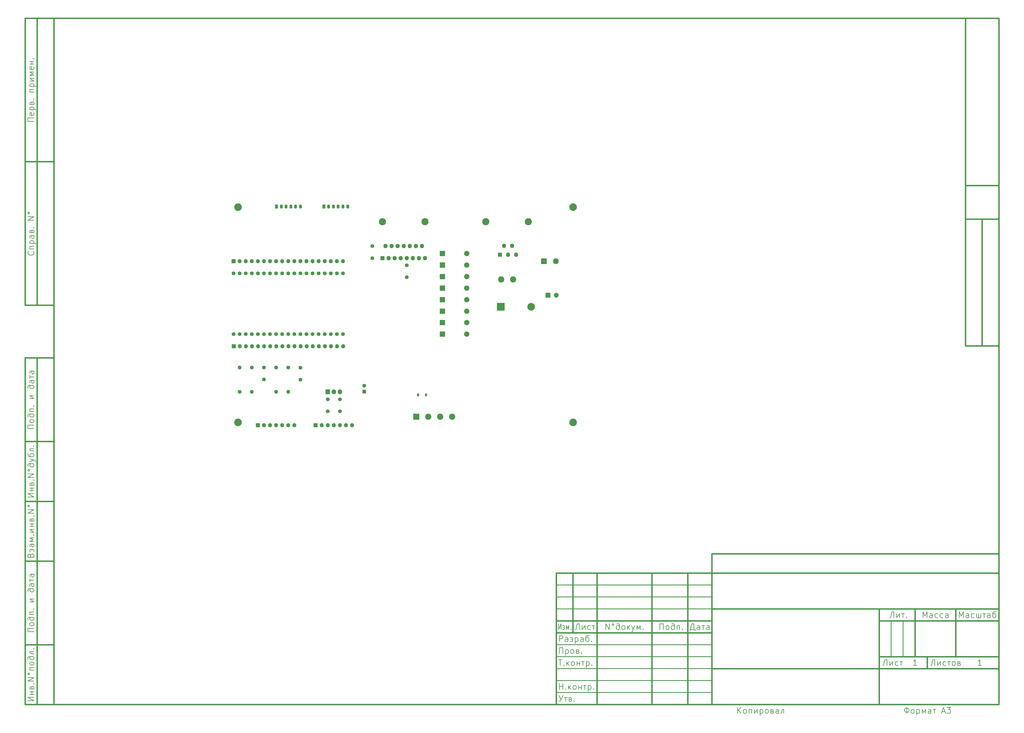
<source format=gbr>
%TF.GenerationSoftware,KiCad,Pcbnew,8.0.3*%
%TF.CreationDate,2024-08-26T14:09:17+03:00*%
%TF.ProjectId,pcb,7063622e-6b69-4636-9164-5f7063625858,rev?*%
%TF.SameCoordinates,Original*%
%TF.FileFunction,Soldermask,Top*%
%TF.FilePolarity,Negative*%
%FSLAX46Y46*%
G04 Gerber Fmt 4.6, Leading zero omitted, Abs format (unit mm)*
G04 Created by KiCad (PCBNEW 8.0.3) date 2024-08-26 14:09:17*
%MOMM*%
%LPD*%
G01*
G04 APERTURE LIST*
G04 Aperture macros list*
%AMRoundRect*
0 Rectangle with rounded corners*
0 $1 Rounding radius*
0 $2 $3 $4 $5 $6 $7 $8 $9 X,Y pos of 4 corners*
0 Add a 4 corners polygon primitive as box body*
4,1,4,$2,$3,$4,$5,$6,$7,$8,$9,$2,$3,0*
0 Add four circle primitives for the rounded corners*
1,1,$1+$1,$2,$3*
1,1,$1+$1,$4,$5*
1,1,$1+$1,$6,$7*
1,1,$1+$1,$8,$9*
0 Add four rect primitives between the rounded corners*
20,1,$1+$1,$2,$3,$4,$5,0*
20,1,$1+$1,$4,$5,$6,$7,0*
20,1,$1+$1,$6,$7,$8,$9,0*
20,1,$1+$1,$8,$9,$2,$3,0*%
G04 Aperture macros list end*
%ADD10C,0.100000*%
%ADD11C,0.600000*%
%ADD12C,0.300000*%
%ADD13C,0.250000*%
%ADD14C,1.600000*%
%ADD15R,2.200000X2.200000*%
%ADD16O,2.200000X2.200000*%
%ADD17R,1.700000X1.700000*%
%ADD18O,1.700000X1.700000*%
%ADD19R,2.400000X2.400000*%
%ADD20C,2.400000*%
%ADD21R,2.600000X2.600000*%
%ADD22C,2.600000*%
%ADD23O,1.600000X1.600000*%
%ADD24R,1.600000X1.600000*%
%ADD25R,1.905000X2.000000*%
%ADD26O,1.905000X2.000000*%
%ADD27R,1.800000X1.800000*%
%ADD28O,1.800000X1.800000*%
%ADD29C,3.200000*%
%ADD30C,3.000000*%
%ADD31R,2.000000X2.000000*%
%ADD32C,2.000000*%
%ADD33RoundRect,0.225000X0.225000X0.375000X-0.225000X0.375000X-0.225000X-0.375000X0.225000X-0.375000X0*%
%ADD34R,3.200000X3.200000*%
%ADD35O,3.200000X3.200000*%
%ADD36RoundRect,0.250000X-0.350000X-0.625000X0.350000X-0.625000X0.350000X0.625000X-0.350000X0.625000X0*%
%ADD37O,1.200000X1.750000*%
G04 APERTURE END LIST*
D10*
D11*
X20000000Y-292002200D02*
X414989000Y-292002200D01*
X414989000Y-5000000D01*
X20000000Y-5000000D01*
X20000000Y-292002200D01*
D10*
D11*
X8000000Y-232002200D02*
X20000000Y-232002200D01*
D10*
D11*
X8000000Y-207002200D02*
X20000000Y-207002200D01*
D10*
D11*
X8000000Y-182002200D02*
X20000000Y-182002200D01*
D10*
D11*
X400989000Y-89000000D02*
X414989000Y-89000000D01*
D10*
D11*
X400989000Y-142000000D02*
X414989000Y-142000000D01*
D10*
D11*
X400989000Y-75000000D02*
X414989000Y-75000000D01*
D10*
D11*
X400989000Y-89000000D02*
X400989000Y-142000000D01*
D10*
D11*
X407989000Y-89000000D02*
X407989000Y-142000000D01*
D10*
D11*
X400989000Y-75000000D02*
X400989000Y-89000000D01*
D10*
D11*
X400989000Y-5000000D02*
X400989000Y-75000000D01*
D10*
D11*
X8000000Y-147002200D02*
X20000000Y-147002200D01*
D10*
D11*
X8000000Y-292002200D02*
X20000000Y-292002200D01*
D10*
D11*
X8000000Y-267002200D02*
X20000000Y-267002200D01*
D10*
D11*
X294989000Y-237002200D02*
X294989000Y-292002200D01*
D10*
D11*
X284989000Y-237002200D02*
X284989000Y-292002200D01*
D10*
D11*
X269989000Y-237002200D02*
X269989000Y-292002200D01*
D10*
D11*
X246989000Y-237002200D02*
X246989000Y-292002200D01*
D10*
D11*
X236989000Y-237002200D02*
X236989000Y-262002200D01*
D10*
D12*
X229989000Y-252002200D02*
X294989000Y-252002200D01*
D10*
D12*
X229989000Y-247002200D02*
X294989000Y-247002200D01*
D10*
D12*
X229989000Y-242002200D02*
X294989000Y-242002200D01*
D10*
D11*
X229989000Y-262002200D02*
X294989000Y-262002200D01*
D10*
D11*
X229989000Y-257002200D02*
X294989000Y-257002200D01*
D10*
D12*
X229989000Y-287002200D02*
X294989000Y-287002200D01*
D10*
D12*
X229989000Y-282002200D02*
X294989000Y-282002200D01*
D10*
D12*
X229989000Y-277002200D02*
X294989000Y-277002200D01*
D10*
D12*
X229989000Y-272002200D02*
X294989000Y-272002200D01*
D10*
D12*
X229989000Y-267002200D02*
X294989000Y-267002200D01*
D10*
D11*
X294989000Y-229002200D02*
X414989000Y-229002200D01*
D10*
D11*
X294989000Y-237002200D02*
X294989000Y-229002200D01*
D10*
D11*
X229989000Y-237002200D02*
X414989000Y-237002200D01*
D10*
D11*
X8000000Y-147002200D02*
X8000000Y-292002200D01*
D10*
D11*
X13000000Y-147002200D02*
X13000000Y-292002200D01*
D10*
D12*
X369989000Y-257002200D02*
X369989000Y-272002200D01*
D10*
D12*
X374989000Y-257002200D02*
X374989000Y-272002200D01*
D10*
D11*
X379989000Y-252002200D02*
X379989000Y-272002200D01*
D10*
D11*
X396989000Y-252002200D02*
X396989000Y-272002200D01*
D10*
D11*
X364989000Y-272002200D02*
X414989000Y-272002200D01*
D10*
D11*
X364989000Y-257002200D02*
X414989000Y-257002200D01*
D10*
D11*
X364989000Y-252002200D02*
X364989000Y-292002200D01*
D10*
D11*
X294989000Y-277002200D02*
X414989000Y-277002200D01*
D10*
D11*
X294989000Y-252002200D02*
X414989000Y-252002200D01*
D10*
D11*
X229989000Y-292002200D02*
X229989000Y-237002200D01*
D10*
D11*
X384989000Y-272002200D02*
X384989000Y-277002200D01*
D10*
D11*
X8000000Y-5002200D02*
X20000000Y-5002200D01*
D10*
D11*
X8000000Y-65002200D02*
X20000000Y-65002200D01*
D10*
D11*
X8000000Y-125002200D02*
X20000000Y-125002200D01*
D10*
D11*
X8000000Y-5002200D02*
X8000000Y-125002200D01*
D10*
D11*
X13000000Y-5002200D02*
X13000000Y-125002200D01*
D10*
D13*
X250691380Y-260645747D02*
X250691380Y-258145747D01*
X250691380Y-258145747D02*
X252119951Y-260645747D01*
X252119951Y-260645747D02*
X252119951Y-258145747D01*
X253667570Y-258145747D02*
X253429475Y-258264795D01*
X253429475Y-258264795D02*
X253310428Y-258502890D01*
X253310428Y-258502890D02*
X253429475Y-258740985D01*
X253429475Y-258740985D02*
X253667570Y-258860033D01*
X253667570Y-258860033D02*
X253905666Y-258740985D01*
X253905666Y-258740985D02*
X254024713Y-258502890D01*
X254024713Y-258502890D02*
X253905666Y-258264795D01*
X253905666Y-258264795D02*
X253667570Y-258145747D01*
X256405666Y-259217176D02*
X256286618Y-259098128D01*
X256286618Y-259098128D02*
X256048523Y-258979080D01*
X256048523Y-258979080D02*
X255572332Y-258979080D01*
X255572332Y-258979080D02*
X255334237Y-259098128D01*
X255334237Y-259098128D02*
X255215190Y-259217176D01*
X255215190Y-259217176D02*
X255096142Y-259455271D01*
X255096142Y-259455271D02*
X255096142Y-260169557D01*
X255096142Y-260169557D02*
X255215190Y-260407652D01*
X255215190Y-260407652D02*
X255334237Y-260526700D01*
X255334237Y-260526700D02*
X255572332Y-260645747D01*
X255572332Y-260645747D02*
X255929475Y-260645747D01*
X255929475Y-260645747D02*
X256167571Y-260526700D01*
X256167571Y-260526700D02*
X256286618Y-260407652D01*
X256286618Y-260407652D02*
X256405666Y-260169557D01*
X256405666Y-260169557D02*
X256405666Y-258621938D01*
X256405666Y-258621938D02*
X256286618Y-258383842D01*
X256286618Y-258383842D02*
X256167571Y-258264795D01*
X256167571Y-258264795D02*
X255929475Y-258145747D01*
X255929475Y-258145747D02*
X255453285Y-258145747D01*
X255453285Y-258145747D02*
X255215190Y-258264795D01*
X257834237Y-260645747D02*
X257596142Y-260526700D01*
X257596142Y-260526700D02*
X257477095Y-260407652D01*
X257477095Y-260407652D02*
X257358047Y-260169557D01*
X257358047Y-260169557D02*
X257358047Y-259455271D01*
X257358047Y-259455271D02*
X257477095Y-259217176D01*
X257477095Y-259217176D02*
X257596142Y-259098128D01*
X257596142Y-259098128D02*
X257834237Y-258979080D01*
X257834237Y-258979080D02*
X258191380Y-258979080D01*
X258191380Y-258979080D02*
X258429476Y-259098128D01*
X258429476Y-259098128D02*
X258548523Y-259217176D01*
X258548523Y-259217176D02*
X258667571Y-259455271D01*
X258667571Y-259455271D02*
X258667571Y-260169557D01*
X258667571Y-260169557D02*
X258548523Y-260407652D01*
X258548523Y-260407652D02*
X258429476Y-260526700D01*
X258429476Y-260526700D02*
X258191380Y-260645747D01*
X258191380Y-260645747D02*
X257834237Y-260645747D01*
X259739000Y-258979080D02*
X259739000Y-260645747D01*
X259977095Y-259693366D02*
X260691381Y-260645747D01*
X260691381Y-258979080D02*
X259739000Y-259931461D01*
X261524714Y-258979080D02*
X262119952Y-260645747D01*
X262715191Y-258979080D02*
X262119952Y-260645747D01*
X262119952Y-260645747D02*
X261881857Y-261240985D01*
X261881857Y-261240985D02*
X261762810Y-261360033D01*
X261762810Y-261360033D02*
X261524714Y-261479080D01*
X263667572Y-260645747D02*
X263667572Y-258979080D01*
X263667572Y-258979080D02*
X264381857Y-260288604D01*
X264381857Y-260288604D02*
X265096143Y-258979080D01*
X265096143Y-258979080D02*
X265096143Y-260645747D01*
X266286620Y-260407652D02*
X266405667Y-260526700D01*
X266405667Y-260526700D02*
X266286620Y-260645747D01*
X266286620Y-260645747D02*
X266167572Y-260526700D01*
X266167572Y-260526700D02*
X266286620Y-260407652D01*
X266286620Y-260407652D02*
X266286620Y-260645747D01*
D10*
D13*
X10334023Y-229561723D02*
X10453071Y-229204580D01*
X10453071Y-229204580D02*
X10572119Y-229085533D01*
X10572119Y-229085533D02*
X10810214Y-228966485D01*
X10810214Y-228966485D02*
X11167357Y-228966485D01*
X11167357Y-228966485D02*
X11405452Y-229085533D01*
X11405452Y-229085533D02*
X11524500Y-229204580D01*
X11524500Y-229204580D02*
X11643547Y-229442675D01*
X11643547Y-229442675D02*
X11643547Y-230395056D01*
X11643547Y-230395056D02*
X9143547Y-230395056D01*
X9143547Y-230395056D02*
X9143547Y-229561723D01*
X9143547Y-229561723D02*
X9262595Y-229323628D01*
X9262595Y-229323628D02*
X9381642Y-229204580D01*
X9381642Y-229204580D02*
X9619738Y-229085533D01*
X9619738Y-229085533D02*
X9857833Y-229085533D01*
X9857833Y-229085533D02*
X10095928Y-229204580D01*
X10095928Y-229204580D02*
X10214976Y-229323628D01*
X10214976Y-229323628D02*
X10334023Y-229561723D01*
X10334023Y-229561723D02*
X10334023Y-230395056D01*
X10810214Y-227656961D02*
X10810214Y-227418866D01*
X10095928Y-228133152D02*
X9976880Y-227895056D01*
X9976880Y-227895056D02*
X9976880Y-227418866D01*
X9976880Y-227418866D02*
X10095928Y-227180771D01*
X10095928Y-227180771D02*
X10334023Y-227061723D01*
X10334023Y-227061723D02*
X10453071Y-227061723D01*
X10453071Y-227061723D02*
X10691166Y-227180771D01*
X10691166Y-227180771D02*
X10810214Y-227418866D01*
X10810214Y-227418866D02*
X10929261Y-227180771D01*
X10929261Y-227180771D02*
X11167357Y-227061723D01*
X11167357Y-227061723D02*
X11286404Y-227061723D01*
X11286404Y-227061723D02*
X11524500Y-227180771D01*
X11524500Y-227180771D02*
X11643547Y-227418866D01*
X11643547Y-227418866D02*
X11643547Y-227895056D01*
X11643547Y-227895056D02*
X11524500Y-228133152D01*
X11643547Y-224918866D02*
X10334023Y-224918866D01*
X10334023Y-224918866D02*
X10095928Y-225037913D01*
X10095928Y-225037913D02*
X9976880Y-225276009D01*
X9976880Y-225276009D02*
X9976880Y-225752199D01*
X9976880Y-225752199D02*
X10095928Y-225990294D01*
X11524500Y-224918866D02*
X11643547Y-225156961D01*
X11643547Y-225156961D02*
X11643547Y-225752199D01*
X11643547Y-225752199D02*
X11524500Y-225990294D01*
X11524500Y-225990294D02*
X11286404Y-226109342D01*
X11286404Y-226109342D02*
X11048309Y-226109342D01*
X11048309Y-226109342D02*
X10810214Y-225990294D01*
X10810214Y-225990294D02*
X10691166Y-225752199D01*
X10691166Y-225752199D02*
X10691166Y-225156961D01*
X10691166Y-225156961D02*
X10572119Y-224918866D01*
X11643547Y-223728389D02*
X9976880Y-223728389D01*
X9976880Y-223728389D02*
X11286404Y-223014104D01*
X11286404Y-223014104D02*
X9976880Y-222299818D01*
X9976880Y-222299818D02*
X11643547Y-222299818D01*
X11405452Y-221109341D02*
X11524500Y-220990294D01*
X11524500Y-220990294D02*
X11643547Y-221109341D01*
X11643547Y-221109341D02*
X11524500Y-221228389D01*
X11524500Y-221228389D02*
X11405452Y-221109341D01*
X11405452Y-221109341D02*
X11643547Y-221109341D01*
X9976880Y-219918865D02*
X11643547Y-219918865D01*
X11643547Y-219918865D02*
X9976880Y-218728389D01*
X9976880Y-218728389D02*
X11643547Y-218728389D01*
X10810214Y-217537913D02*
X10810214Y-216466485D01*
X9976880Y-217537913D02*
X11643547Y-217537913D01*
X9976880Y-216466485D02*
X11643547Y-216466485D01*
X10810214Y-214680770D02*
X10929261Y-214323627D01*
X10929261Y-214323627D02*
X11167357Y-214204580D01*
X11167357Y-214204580D02*
X11286404Y-214204580D01*
X11286404Y-214204580D02*
X11524500Y-214323627D01*
X11524500Y-214323627D02*
X11643547Y-214561723D01*
X11643547Y-214561723D02*
X11643547Y-215276008D01*
X11643547Y-215276008D02*
X9976880Y-215276008D01*
X9976880Y-215276008D02*
X9976880Y-214680770D01*
X9976880Y-214680770D02*
X10095928Y-214442675D01*
X10095928Y-214442675D02*
X10334023Y-214323627D01*
X10334023Y-214323627D02*
X10453071Y-214323627D01*
X10453071Y-214323627D02*
X10691166Y-214442675D01*
X10691166Y-214442675D02*
X10810214Y-214680770D01*
X10810214Y-214680770D02*
X10810214Y-215276008D01*
X11405452Y-213133151D02*
X11524500Y-213014104D01*
X11524500Y-213014104D02*
X11643547Y-213133151D01*
X11643547Y-213133151D02*
X11524500Y-213252199D01*
X11524500Y-213252199D02*
X11405452Y-213133151D01*
X11405452Y-213133151D02*
X11643547Y-213133151D01*
X11643547Y-211942675D02*
X9143547Y-211942675D01*
X9143547Y-211942675D02*
X11643547Y-210514104D01*
X11643547Y-210514104D02*
X9143547Y-210514104D01*
X9143547Y-208966485D02*
X9262595Y-209204580D01*
X9262595Y-209204580D02*
X9500690Y-209323627D01*
X9500690Y-209323627D02*
X9738785Y-209204580D01*
X9738785Y-209204580D02*
X9857833Y-208966485D01*
X9857833Y-208966485D02*
X9738785Y-208728389D01*
X9738785Y-208728389D02*
X9500690Y-208609342D01*
X9500690Y-208609342D02*
X9262595Y-208728389D01*
X9262595Y-208728389D02*
X9143547Y-208966485D01*
D10*
D13*
X287965190Y-261240985D02*
X287965190Y-260645747D01*
X287965190Y-260645747D02*
X285822332Y-260645747D01*
X285822332Y-260645747D02*
X285822332Y-261240985D01*
X287488999Y-260645747D02*
X287488999Y-258145747D01*
X287488999Y-258145747D02*
X286893761Y-258145747D01*
X286893761Y-258145747D02*
X286655666Y-258264795D01*
X286655666Y-258264795D02*
X286536618Y-258383842D01*
X286536618Y-258383842D02*
X286417570Y-258621938D01*
X286417570Y-258621938D02*
X286179475Y-260645747D01*
X289988999Y-260645747D02*
X289988999Y-259336223D01*
X289988999Y-259336223D02*
X289869952Y-259098128D01*
X289869952Y-259098128D02*
X289631856Y-258979080D01*
X289631856Y-258979080D02*
X289155666Y-258979080D01*
X289155666Y-258979080D02*
X288917571Y-259098128D01*
X289988999Y-260526700D02*
X289750904Y-260645747D01*
X289750904Y-260645747D02*
X289155666Y-260645747D01*
X289155666Y-260645747D02*
X288917571Y-260526700D01*
X288917571Y-260526700D02*
X288798523Y-260288604D01*
X288798523Y-260288604D02*
X288798523Y-260050509D01*
X288798523Y-260050509D02*
X288917571Y-259812414D01*
X288917571Y-259812414D02*
X289155666Y-259693366D01*
X289155666Y-259693366D02*
X289750904Y-259693366D01*
X289750904Y-259693366D02*
X289988999Y-259574319D01*
X290822333Y-258979080D02*
X292012809Y-258979080D01*
X291417571Y-258979080D02*
X291417571Y-260645747D01*
X293917571Y-260645747D02*
X293917571Y-259336223D01*
X293917571Y-259336223D02*
X293798524Y-259098128D01*
X293798524Y-259098128D02*
X293560428Y-258979080D01*
X293560428Y-258979080D02*
X293084238Y-258979080D01*
X293084238Y-258979080D02*
X292846143Y-259098128D01*
X293917571Y-260526700D02*
X293679476Y-260645747D01*
X293679476Y-260645747D02*
X293084238Y-260645747D01*
X293084238Y-260645747D02*
X292846143Y-260526700D01*
X292846143Y-260526700D02*
X292727095Y-260288604D01*
X292727095Y-260288604D02*
X292727095Y-260050509D01*
X292727095Y-260050509D02*
X292846143Y-259812414D01*
X292846143Y-259812414D02*
X293084238Y-259693366D01*
X293084238Y-259693366D02*
X293679476Y-259693366D01*
X293679476Y-259693366D02*
X293917571Y-259574319D01*
D10*
D13*
X230909634Y-258145747D02*
X230909634Y-260645747D01*
X230909634Y-260645747D02*
X231941380Y-258145747D01*
X231941380Y-258145747D02*
X231941380Y-260645747D01*
X232973127Y-259812414D02*
X233145084Y-259812414D01*
X232629211Y-259098128D02*
X232801169Y-258979080D01*
X232801169Y-258979080D02*
X233145084Y-258979080D01*
X233145084Y-258979080D02*
X233317042Y-259098128D01*
X233317042Y-259098128D02*
X233403021Y-259336223D01*
X233403021Y-259336223D02*
X233403021Y-259455271D01*
X233403021Y-259455271D02*
X233317042Y-259693366D01*
X233317042Y-259693366D02*
X233145084Y-259812414D01*
X233145084Y-259812414D02*
X233317042Y-259931461D01*
X233317042Y-259931461D02*
X233403021Y-260169557D01*
X233403021Y-260169557D02*
X233403021Y-260288604D01*
X233403021Y-260288604D02*
X233317042Y-260526700D01*
X233317042Y-260526700D02*
X233145084Y-260645747D01*
X233145084Y-260645747D02*
X232801169Y-260645747D01*
X232801169Y-260645747D02*
X232629211Y-260526700D01*
X234176831Y-260645747D02*
X234176831Y-258979080D01*
X234176831Y-258979080D02*
X234692704Y-260288604D01*
X234692704Y-260288604D02*
X235208577Y-258979080D01*
X235208577Y-258979080D02*
X235208577Y-260645747D01*
X236068366Y-260407652D02*
X236154345Y-260526700D01*
X236154345Y-260526700D02*
X236068366Y-260645747D01*
X236068366Y-260645747D02*
X235982387Y-260526700D01*
X235982387Y-260526700D02*
X236068366Y-260407652D01*
X236068366Y-260407652D02*
X236068366Y-260645747D01*
D10*
D13*
X9143547Y-205156961D02*
X11643547Y-205156961D01*
X11643547Y-205156961D02*
X9143547Y-203728390D01*
X9143547Y-203728390D02*
X11643547Y-203728390D01*
X10810214Y-202537913D02*
X10810214Y-201466485D01*
X9976880Y-202537913D02*
X11643547Y-202537913D01*
X9976880Y-201466485D02*
X11643547Y-201466485D01*
X10810214Y-199680770D02*
X10929261Y-199323627D01*
X10929261Y-199323627D02*
X11167357Y-199204580D01*
X11167357Y-199204580D02*
X11286404Y-199204580D01*
X11286404Y-199204580D02*
X11524500Y-199323627D01*
X11524500Y-199323627D02*
X11643547Y-199561723D01*
X11643547Y-199561723D02*
X11643547Y-200276008D01*
X11643547Y-200276008D02*
X9976880Y-200276008D01*
X9976880Y-200276008D02*
X9976880Y-199680770D01*
X9976880Y-199680770D02*
X10095928Y-199442675D01*
X10095928Y-199442675D02*
X10334023Y-199323627D01*
X10334023Y-199323627D02*
X10453071Y-199323627D01*
X10453071Y-199323627D02*
X10691166Y-199442675D01*
X10691166Y-199442675D02*
X10810214Y-199680770D01*
X10810214Y-199680770D02*
X10810214Y-200276008D01*
X11405452Y-198133151D02*
X11524500Y-198014104D01*
X11524500Y-198014104D02*
X11643547Y-198133151D01*
X11643547Y-198133151D02*
X11524500Y-198252199D01*
X11524500Y-198252199D02*
X11405452Y-198133151D01*
X11405452Y-198133151D02*
X11643547Y-198133151D01*
X11643547Y-196942675D02*
X9143547Y-196942675D01*
X9143547Y-196942675D02*
X11643547Y-195514104D01*
X11643547Y-195514104D02*
X9143547Y-195514104D01*
X9143547Y-193966485D02*
X9262595Y-194204580D01*
X9262595Y-194204580D02*
X9500690Y-194323627D01*
X9500690Y-194323627D02*
X9738785Y-194204580D01*
X9738785Y-194204580D02*
X9857833Y-193966485D01*
X9857833Y-193966485D02*
X9738785Y-193728389D01*
X9738785Y-193728389D02*
X9500690Y-193609342D01*
X9500690Y-193609342D02*
X9262595Y-193728389D01*
X9262595Y-193728389D02*
X9143547Y-193966485D01*
X10214976Y-191228389D02*
X10095928Y-191347437D01*
X10095928Y-191347437D02*
X9976880Y-191585532D01*
X9976880Y-191585532D02*
X9976880Y-192061723D01*
X9976880Y-192061723D02*
X10095928Y-192299818D01*
X10095928Y-192299818D02*
X10214976Y-192418865D01*
X10214976Y-192418865D02*
X10453071Y-192537913D01*
X10453071Y-192537913D02*
X11167357Y-192537913D01*
X11167357Y-192537913D02*
X11405452Y-192418865D01*
X11405452Y-192418865D02*
X11524500Y-192299818D01*
X11524500Y-192299818D02*
X11643547Y-192061723D01*
X11643547Y-192061723D02*
X11643547Y-191704580D01*
X11643547Y-191704580D02*
X11524500Y-191466484D01*
X11524500Y-191466484D02*
X11405452Y-191347437D01*
X11405452Y-191347437D02*
X11167357Y-191228389D01*
X11167357Y-191228389D02*
X9619738Y-191228389D01*
X9619738Y-191228389D02*
X9381642Y-191347437D01*
X9381642Y-191347437D02*
X9262595Y-191466484D01*
X9262595Y-191466484D02*
X9143547Y-191704580D01*
X9143547Y-191704580D02*
X9143547Y-192180770D01*
X9143547Y-192180770D02*
X9262595Y-192418865D01*
X9976880Y-190395056D02*
X11643547Y-189799818D01*
X9976880Y-189204579D02*
X11643547Y-189799818D01*
X11643547Y-189799818D02*
X12238785Y-190037913D01*
X12238785Y-190037913D02*
X12357833Y-190156960D01*
X12357833Y-190156960D02*
X12476880Y-190395056D01*
X9024500Y-187061722D02*
X9143547Y-187180770D01*
X9143547Y-187180770D02*
X9262595Y-187418865D01*
X9262595Y-187418865D02*
X9262595Y-187895056D01*
X9262595Y-187895056D02*
X9381642Y-188133151D01*
X9381642Y-188133151D02*
X9500690Y-188252198D01*
X9500690Y-188252198D02*
X9738785Y-188371246D01*
X9738785Y-188371246D02*
X11167357Y-188371246D01*
X11167357Y-188371246D02*
X11405452Y-188252198D01*
X11405452Y-188252198D02*
X11524500Y-188133151D01*
X11524500Y-188133151D02*
X11643547Y-187895056D01*
X11643547Y-187895056D02*
X11643547Y-187537913D01*
X11643547Y-187537913D02*
X11524500Y-187299817D01*
X11524500Y-187299817D02*
X11405452Y-187180770D01*
X11405452Y-187180770D02*
X11167357Y-187061722D01*
X11167357Y-187061722D02*
X10453071Y-187061722D01*
X10453071Y-187061722D02*
X10214976Y-187180770D01*
X10214976Y-187180770D02*
X10095928Y-187299817D01*
X10095928Y-187299817D02*
X9976880Y-187537913D01*
X9976880Y-187537913D02*
X9976880Y-188014103D01*
X9976880Y-188014103D02*
X10095928Y-188252198D01*
X10095928Y-188252198D02*
X10214976Y-188371246D01*
X11643547Y-185037912D02*
X9976880Y-185037912D01*
X9976880Y-185037912D02*
X9976880Y-185395055D01*
X9976880Y-185395055D02*
X10095928Y-185633151D01*
X10095928Y-185633151D02*
X10334023Y-185752198D01*
X10334023Y-185752198D02*
X11286404Y-185871246D01*
X11286404Y-185871246D02*
X11524500Y-185990293D01*
X11524500Y-185990293D02*
X11643547Y-186228389D01*
X11405452Y-183847436D02*
X11524500Y-183728389D01*
X11524500Y-183728389D02*
X11643547Y-183847436D01*
X11643547Y-183847436D02*
X11524500Y-183966484D01*
X11524500Y-183966484D02*
X11405452Y-183847436D01*
X11405452Y-183847436D02*
X11643547Y-183847436D01*
D10*
D13*
X9143547Y-290335533D02*
X11643547Y-290335533D01*
X11643547Y-290335533D02*
X9143547Y-288906962D01*
X9143547Y-288906962D02*
X11643547Y-288906962D01*
X10810214Y-287716485D02*
X10810214Y-286645057D01*
X9976880Y-287716485D02*
X11643547Y-287716485D01*
X9976880Y-286645057D02*
X11643547Y-286645057D01*
X10810214Y-284859342D02*
X10929261Y-284502199D01*
X10929261Y-284502199D02*
X11167357Y-284383152D01*
X11167357Y-284383152D02*
X11286404Y-284383152D01*
X11286404Y-284383152D02*
X11524500Y-284502199D01*
X11524500Y-284502199D02*
X11643547Y-284740295D01*
X11643547Y-284740295D02*
X11643547Y-285454580D01*
X11643547Y-285454580D02*
X9976880Y-285454580D01*
X9976880Y-285454580D02*
X9976880Y-284859342D01*
X9976880Y-284859342D02*
X10095928Y-284621247D01*
X10095928Y-284621247D02*
X10334023Y-284502199D01*
X10334023Y-284502199D02*
X10453071Y-284502199D01*
X10453071Y-284502199D02*
X10691166Y-284621247D01*
X10691166Y-284621247D02*
X10810214Y-284859342D01*
X10810214Y-284859342D02*
X10810214Y-285454580D01*
X11405452Y-283311723D02*
X11524500Y-283192676D01*
X11524500Y-283192676D02*
X11643547Y-283311723D01*
X11643547Y-283311723D02*
X11524500Y-283430771D01*
X11524500Y-283430771D02*
X11405452Y-283311723D01*
X11405452Y-283311723D02*
X11643547Y-283311723D01*
X11643547Y-282121247D02*
X9143547Y-282121247D01*
X9143547Y-282121247D02*
X11643547Y-280692676D01*
X11643547Y-280692676D02*
X9143547Y-280692676D01*
X9143547Y-279145057D02*
X9262595Y-279383152D01*
X9262595Y-279383152D02*
X9500690Y-279502199D01*
X9500690Y-279502199D02*
X9738785Y-279383152D01*
X9738785Y-279383152D02*
X9857833Y-279145057D01*
X9857833Y-279145057D02*
X9738785Y-278906961D01*
X9738785Y-278906961D02*
X9500690Y-278787914D01*
X9500690Y-278787914D02*
X9262595Y-278906961D01*
X9262595Y-278906961D02*
X9143547Y-279145057D01*
X11643547Y-277597437D02*
X9976880Y-277597437D01*
X9976880Y-277597437D02*
X9976880Y-276526009D01*
X9976880Y-276526009D02*
X11643547Y-276526009D01*
X11643547Y-274978390D02*
X11524500Y-275216485D01*
X11524500Y-275216485D02*
X11405452Y-275335532D01*
X11405452Y-275335532D02*
X11167357Y-275454580D01*
X11167357Y-275454580D02*
X10453071Y-275454580D01*
X10453071Y-275454580D02*
X10214976Y-275335532D01*
X10214976Y-275335532D02*
X10095928Y-275216485D01*
X10095928Y-275216485D02*
X9976880Y-274978390D01*
X9976880Y-274978390D02*
X9976880Y-274621247D01*
X9976880Y-274621247D02*
X10095928Y-274383151D01*
X10095928Y-274383151D02*
X10214976Y-274264104D01*
X10214976Y-274264104D02*
X10453071Y-274145056D01*
X10453071Y-274145056D02*
X11167357Y-274145056D01*
X11167357Y-274145056D02*
X11405452Y-274264104D01*
X11405452Y-274264104D02*
X11524500Y-274383151D01*
X11524500Y-274383151D02*
X11643547Y-274621247D01*
X11643547Y-274621247D02*
X11643547Y-274978390D01*
X10214976Y-271883151D02*
X10095928Y-272002199D01*
X10095928Y-272002199D02*
X9976880Y-272240294D01*
X9976880Y-272240294D02*
X9976880Y-272716485D01*
X9976880Y-272716485D02*
X10095928Y-272954580D01*
X10095928Y-272954580D02*
X10214976Y-273073627D01*
X10214976Y-273073627D02*
X10453071Y-273192675D01*
X10453071Y-273192675D02*
X11167357Y-273192675D01*
X11167357Y-273192675D02*
X11405452Y-273073627D01*
X11405452Y-273073627D02*
X11524500Y-272954580D01*
X11524500Y-272954580D02*
X11643547Y-272716485D01*
X11643547Y-272716485D02*
X11643547Y-272359342D01*
X11643547Y-272359342D02*
X11524500Y-272121246D01*
X11524500Y-272121246D02*
X11405452Y-272002199D01*
X11405452Y-272002199D02*
X11167357Y-271883151D01*
X11167357Y-271883151D02*
X9619738Y-271883151D01*
X9619738Y-271883151D02*
X9381642Y-272002199D01*
X9381642Y-272002199D02*
X9262595Y-272121246D01*
X9262595Y-272121246D02*
X9143547Y-272359342D01*
X9143547Y-272359342D02*
X9143547Y-272835532D01*
X9143547Y-272835532D02*
X9262595Y-273073627D01*
X11643547Y-269859341D02*
X9976880Y-269859341D01*
X9976880Y-269859341D02*
X9976880Y-270216484D01*
X9976880Y-270216484D02*
X10095928Y-270454580D01*
X10095928Y-270454580D02*
X10334023Y-270573627D01*
X10334023Y-270573627D02*
X11286404Y-270692675D01*
X11286404Y-270692675D02*
X11524500Y-270811722D01*
X11524500Y-270811722D02*
X11643547Y-271049818D01*
X11405452Y-268668865D02*
X11524500Y-268549818D01*
X11524500Y-268549818D02*
X11643547Y-268668865D01*
X11643547Y-268668865D02*
X11524500Y-268787913D01*
X11524500Y-268787913D02*
X11405452Y-268668865D01*
X11405452Y-268668865D02*
X11643547Y-268668865D01*
D10*
D13*
X305748711Y-295645747D02*
X305748711Y-293145747D01*
X307177282Y-295645747D02*
X306105853Y-294217176D01*
X307177282Y-293145747D02*
X305748711Y-294574319D01*
X308605853Y-295645747D02*
X308367758Y-295526700D01*
X308367758Y-295526700D02*
X308248711Y-295407652D01*
X308248711Y-295407652D02*
X308129663Y-295169557D01*
X308129663Y-295169557D02*
X308129663Y-294455271D01*
X308129663Y-294455271D02*
X308248711Y-294217176D01*
X308248711Y-294217176D02*
X308367758Y-294098128D01*
X308367758Y-294098128D02*
X308605853Y-293979080D01*
X308605853Y-293979080D02*
X308962996Y-293979080D01*
X308962996Y-293979080D02*
X309201092Y-294098128D01*
X309201092Y-294098128D02*
X309320139Y-294217176D01*
X309320139Y-294217176D02*
X309439187Y-294455271D01*
X309439187Y-294455271D02*
X309439187Y-295169557D01*
X309439187Y-295169557D02*
X309320139Y-295407652D01*
X309320139Y-295407652D02*
X309201092Y-295526700D01*
X309201092Y-295526700D02*
X308962996Y-295645747D01*
X308962996Y-295645747D02*
X308605853Y-295645747D01*
X310510616Y-295645747D02*
X310510616Y-293979080D01*
X310510616Y-293979080D02*
X311582044Y-293979080D01*
X311582044Y-293979080D02*
X311582044Y-295645747D01*
X312772521Y-293979080D02*
X312772521Y-295645747D01*
X312772521Y-295645747D02*
X313962997Y-293979080D01*
X313962997Y-293979080D02*
X313962997Y-295645747D01*
X315153473Y-293979080D02*
X315153473Y-296479080D01*
X315153473Y-294098128D02*
X315391568Y-293979080D01*
X315391568Y-293979080D02*
X315867758Y-293979080D01*
X315867758Y-293979080D02*
X316105854Y-294098128D01*
X316105854Y-294098128D02*
X316224901Y-294217176D01*
X316224901Y-294217176D02*
X316343949Y-294455271D01*
X316343949Y-294455271D02*
X316343949Y-295169557D01*
X316343949Y-295169557D02*
X316224901Y-295407652D01*
X316224901Y-295407652D02*
X316105854Y-295526700D01*
X316105854Y-295526700D02*
X315867758Y-295645747D01*
X315867758Y-295645747D02*
X315391568Y-295645747D01*
X315391568Y-295645747D02*
X315153473Y-295526700D01*
X317772520Y-295645747D02*
X317534425Y-295526700D01*
X317534425Y-295526700D02*
X317415378Y-295407652D01*
X317415378Y-295407652D02*
X317296330Y-295169557D01*
X317296330Y-295169557D02*
X317296330Y-294455271D01*
X317296330Y-294455271D02*
X317415378Y-294217176D01*
X317415378Y-294217176D02*
X317534425Y-294098128D01*
X317534425Y-294098128D02*
X317772520Y-293979080D01*
X317772520Y-293979080D02*
X318129663Y-293979080D01*
X318129663Y-293979080D02*
X318367759Y-294098128D01*
X318367759Y-294098128D02*
X318486806Y-294217176D01*
X318486806Y-294217176D02*
X318605854Y-294455271D01*
X318605854Y-294455271D02*
X318605854Y-295169557D01*
X318605854Y-295169557D02*
X318486806Y-295407652D01*
X318486806Y-295407652D02*
X318367759Y-295526700D01*
X318367759Y-295526700D02*
X318129663Y-295645747D01*
X318129663Y-295645747D02*
X317772520Y-295645747D01*
X320272521Y-294812414D02*
X320629664Y-294931461D01*
X320629664Y-294931461D02*
X320748711Y-295169557D01*
X320748711Y-295169557D02*
X320748711Y-295288604D01*
X320748711Y-295288604D02*
X320629664Y-295526700D01*
X320629664Y-295526700D02*
X320391568Y-295645747D01*
X320391568Y-295645747D02*
X319677283Y-295645747D01*
X319677283Y-295645747D02*
X319677283Y-293979080D01*
X319677283Y-293979080D02*
X320272521Y-293979080D01*
X320272521Y-293979080D02*
X320510616Y-294098128D01*
X320510616Y-294098128D02*
X320629664Y-294336223D01*
X320629664Y-294336223D02*
X320629664Y-294455271D01*
X320629664Y-294455271D02*
X320510616Y-294693366D01*
X320510616Y-294693366D02*
X320272521Y-294812414D01*
X320272521Y-294812414D02*
X319677283Y-294812414D01*
X322891568Y-295645747D02*
X322891568Y-294336223D01*
X322891568Y-294336223D02*
X322772521Y-294098128D01*
X322772521Y-294098128D02*
X322534425Y-293979080D01*
X322534425Y-293979080D02*
X322058235Y-293979080D01*
X322058235Y-293979080D02*
X321820140Y-294098128D01*
X322891568Y-295526700D02*
X322653473Y-295645747D01*
X322653473Y-295645747D02*
X322058235Y-295645747D01*
X322058235Y-295645747D02*
X321820140Y-295526700D01*
X321820140Y-295526700D02*
X321701092Y-295288604D01*
X321701092Y-295288604D02*
X321701092Y-295050509D01*
X321701092Y-295050509D02*
X321820140Y-294812414D01*
X321820140Y-294812414D02*
X322058235Y-294693366D01*
X322058235Y-294693366D02*
X322653473Y-294693366D01*
X322653473Y-294693366D02*
X322891568Y-294574319D01*
X325034426Y-295645747D02*
X325034426Y-293979080D01*
X325034426Y-293979080D02*
X324677283Y-293979080D01*
X324677283Y-293979080D02*
X324439187Y-294098128D01*
X324439187Y-294098128D02*
X324320140Y-294336223D01*
X324320140Y-294336223D02*
X324201092Y-295288604D01*
X324201092Y-295288604D02*
X324082045Y-295526700D01*
X324082045Y-295526700D02*
X323843949Y-295645747D01*
D10*
D13*
X368177282Y-275645747D02*
X368177282Y-273145747D01*
X368177282Y-273145747D02*
X367820139Y-273145747D01*
X367820139Y-273145747D02*
X367462996Y-273264795D01*
X367462996Y-273264795D02*
X367224901Y-273502890D01*
X367224901Y-273502890D02*
X367105853Y-273860033D01*
X367105853Y-273860033D02*
X366867758Y-275288604D01*
X366867758Y-275288604D02*
X366748711Y-275526700D01*
X366748711Y-275526700D02*
X366510615Y-275645747D01*
X366510615Y-275645747D02*
X366391568Y-275645747D01*
X369367759Y-273979080D02*
X369367759Y-275645747D01*
X369367759Y-275645747D02*
X370558235Y-273979080D01*
X370558235Y-273979080D02*
X370558235Y-275645747D01*
X372820139Y-275526700D02*
X372582044Y-275645747D01*
X372582044Y-275645747D02*
X372105853Y-275645747D01*
X372105853Y-275645747D02*
X371867758Y-275526700D01*
X371867758Y-275526700D02*
X371748711Y-275407652D01*
X371748711Y-275407652D02*
X371629663Y-275169557D01*
X371629663Y-275169557D02*
X371629663Y-274455271D01*
X371629663Y-274455271D02*
X371748711Y-274217176D01*
X371748711Y-274217176D02*
X371867758Y-274098128D01*
X371867758Y-274098128D02*
X372105853Y-273979080D01*
X372105853Y-273979080D02*
X372582044Y-273979080D01*
X372582044Y-273979080D02*
X372820139Y-274098128D01*
X373534425Y-273979080D02*
X374724901Y-273979080D01*
X374129663Y-273979080D02*
X374129663Y-275645747D01*
D10*
D13*
X239608047Y-260645747D02*
X239608047Y-258145747D01*
X239608047Y-258145747D02*
X239250904Y-258145747D01*
X239250904Y-258145747D02*
X238893761Y-258264795D01*
X238893761Y-258264795D02*
X238655666Y-258502890D01*
X238655666Y-258502890D02*
X238536618Y-258860033D01*
X238536618Y-258860033D02*
X238298523Y-260288604D01*
X238298523Y-260288604D02*
X238179476Y-260526700D01*
X238179476Y-260526700D02*
X237941380Y-260645747D01*
X237941380Y-260645747D02*
X237822333Y-260645747D01*
X240798524Y-258979080D02*
X240798524Y-260645747D01*
X240798524Y-260645747D02*
X241989000Y-258979080D01*
X241989000Y-258979080D02*
X241989000Y-260645747D01*
X244250904Y-260526700D02*
X244012809Y-260645747D01*
X244012809Y-260645747D02*
X243536618Y-260645747D01*
X243536618Y-260645747D02*
X243298523Y-260526700D01*
X243298523Y-260526700D02*
X243179476Y-260407652D01*
X243179476Y-260407652D02*
X243060428Y-260169557D01*
X243060428Y-260169557D02*
X243060428Y-259455271D01*
X243060428Y-259455271D02*
X243179476Y-259217176D01*
X243179476Y-259217176D02*
X243298523Y-259098128D01*
X243298523Y-259098128D02*
X243536618Y-258979080D01*
X243536618Y-258979080D02*
X244012809Y-258979080D01*
X244012809Y-258979080D02*
X244250904Y-259098128D01*
X244965190Y-258979080D02*
X246155666Y-258979080D01*
X245560428Y-258979080D02*
X245560428Y-260645747D01*
D10*
D13*
X388177282Y-275645747D02*
X388177282Y-273145747D01*
X388177282Y-273145747D02*
X387820139Y-273145747D01*
X387820139Y-273145747D02*
X387462996Y-273264795D01*
X387462996Y-273264795D02*
X387224901Y-273502890D01*
X387224901Y-273502890D02*
X387105853Y-273860033D01*
X387105853Y-273860033D02*
X386867758Y-275288604D01*
X386867758Y-275288604D02*
X386748711Y-275526700D01*
X386748711Y-275526700D02*
X386510615Y-275645747D01*
X386510615Y-275645747D02*
X386391568Y-275645747D01*
X389367759Y-273979080D02*
X389367759Y-275645747D01*
X389367759Y-275645747D02*
X390558235Y-273979080D01*
X390558235Y-273979080D02*
X390558235Y-275645747D01*
X392820139Y-275526700D02*
X392582044Y-275645747D01*
X392582044Y-275645747D02*
X392105853Y-275645747D01*
X392105853Y-275645747D02*
X391867758Y-275526700D01*
X391867758Y-275526700D02*
X391748711Y-275407652D01*
X391748711Y-275407652D02*
X391629663Y-275169557D01*
X391629663Y-275169557D02*
X391629663Y-274455271D01*
X391629663Y-274455271D02*
X391748711Y-274217176D01*
X391748711Y-274217176D02*
X391867758Y-274098128D01*
X391867758Y-274098128D02*
X392105853Y-273979080D01*
X392105853Y-273979080D02*
X392582044Y-273979080D01*
X392582044Y-273979080D02*
X392820139Y-274098128D01*
X393534425Y-273979080D02*
X394724901Y-273979080D01*
X394129663Y-273979080D02*
X394129663Y-275645747D01*
X395915377Y-275645747D02*
X395677282Y-275526700D01*
X395677282Y-275526700D02*
X395558235Y-275407652D01*
X395558235Y-275407652D02*
X395439187Y-275169557D01*
X395439187Y-275169557D02*
X395439187Y-274455271D01*
X395439187Y-274455271D02*
X395558235Y-274217176D01*
X395558235Y-274217176D02*
X395677282Y-274098128D01*
X395677282Y-274098128D02*
X395915377Y-273979080D01*
X395915377Y-273979080D02*
X396272520Y-273979080D01*
X396272520Y-273979080D02*
X396510616Y-274098128D01*
X396510616Y-274098128D02*
X396629663Y-274217176D01*
X396629663Y-274217176D02*
X396748711Y-274455271D01*
X396748711Y-274455271D02*
X396748711Y-275169557D01*
X396748711Y-275169557D02*
X396629663Y-275407652D01*
X396629663Y-275407652D02*
X396510616Y-275526700D01*
X396510616Y-275526700D02*
X396272520Y-275645747D01*
X396272520Y-275645747D02*
X395915377Y-275645747D01*
X398415378Y-274812414D02*
X398772521Y-274931461D01*
X398772521Y-274931461D02*
X398891568Y-275169557D01*
X398891568Y-275169557D02*
X398891568Y-275288604D01*
X398891568Y-275288604D02*
X398772521Y-275526700D01*
X398772521Y-275526700D02*
X398534425Y-275645747D01*
X398534425Y-275645747D02*
X397820140Y-275645747D01*
X397820140Y-275645747D02*
X397820140Y-273979080D01*
X397820140Y-273979080D02*
X398415378Y-273979080D01*
X398415378Y-273979080D02*
X398653473Y-274098128D01*
X398653473Y-274098128D02*
X398772521Y-274336223D01*
X398772521Y-274336223D02*
X398772521Y-274455271D01*
X398772521Y-274455271D02*
X398653473Y-274693366D01*
X398653473Y-274693366D02*
X398415378Y-274812414D01*
X398415378Y-274812414D02*
X397820140Y-274812414D01*
D10*
D13*
X371084238Y-255645747D02*
X371084238Y-253145747D01*
X371084238Y-253145747D02*
X370727095Y-253145747D01*
X370727095Y-253145747D02*
X370369952Y-253264795D01*
X370369952Y-253264795D02*
X370131857Y-253502890D01*
X370131857Y-253502890D02*
X370012809Y-253860033D01*
X370012809Y-253860033D02*
X369774714Y-255288604D01*
X369774714Y-255288604D02*
X369655667Y-255526700D01*
X369655667Y-255526700D02*
X369417571Y-255645747D01*
X369417571Y-255645747D02*
X369298524Y-255645747D01*
X372274715Y-253979080D02*
X372274715Y-255645747D01*
X372274715Y-255645747D02*
X373465191Y-253979080D01*
X373465191Y-253979080D02*
X373465191Y-255645747D01*
X374298524Y-253979080D02*
X375489000Y-253979080D01*
X374893762Y-253979080D02*
X374893762Y-255645747D01*
X376322334Y-255407652D02*
X376441381Y-255526700D01*
X376441381Y-255526700D02*
X376322334Y-255645747D01*
X376322334Y-255645747D02*
X376203286Y-255526700D01*
X376203286Y-255526700D02*
X376322334Y-255407652D01*
X376322334Y-255407652D02*
X376322334Y-255645747D01*
D10*
D13*
X383250905Y-255645747D02*
X383250905Y-253145747D01*
X383250905Y-253145747D02*
X384084238Y-254931461D01*
X384084238Y-254931461D02*
X384917571Y-253145747D01*
X384917571Y-253145747D02*
X384917571Y-255645747D01*
X387179476Y-255645747D02*
X387179476Y-254336223D01*
X387179476Y-254336223D02*
X387060429Y-254098128D01*
X387060429Y-254098128D02*
X386822333Y-253979080D01*
X386822333Y-253979080D02*
X386346143Y-253979080D01*
X386346143Y-253979080D02*
X386108048Y-254098128D01*
X387179476Y-255526700D02*
X386941381Y-255645747D01*
X386941381Y-255645747D02*
X386346143Y-255645747D01*
X386346143Y-255645747D02*
X386108048Y-255526700D01*
X386108048Y-255526700D02*
X385989000Y-255288604D01*
X385989000Y-255288604D02*
X385989000Y-255050509D01*
X385989000Y-255050509D02*
X386108048Y-254812414D01*
X386108048Y-254812414D02*
X386346143Y-254693366D01*
X386346143Y-254693366D02*
X386941381Y-254693366D01*
X386941381Y-254693366D02*
X387179476Y-254574319D01*
X389441381Y-255526700D02*
X389203286Y-255645747D01*
X389203286Y-255645747D02*
X388727095Y-255645747D01*
X388727095Y-255645747D02*
X388489000Y-255526700D01*
X388489000Y-255526700D02*
X388369953Y-255407652D01*
X388369953Y-255407652D02*
X388250905Y-255169557D01*
X388250905Y-255169557D02*
X388250905Y-254455271D01*
X388250905Y-254455271D02*
X388369953Y-254217176D01*
X388369953Y-254217176D02*
X388489000Y-254098128D01*
X388489000Y-254098128D02*
X388727095Y-253979080D01*
X388727095Y-253979080D02*
X389203286Y-253979080D01*
X389203286Y-253979080D02*
X389441381Y-254098128D01*
X391584238Y-255526700D02*
X391346143Y-255645747D01*
X391346143Y-255645747D02*
X390869952Y-255645747D01*
X390869952Y-255645747D02*
X390631857Y-255526700D01*
X390631857Y-255526700D02*
X390512810Y-255407652D01*
X390512810Y-255407652D02*
X390393762Y-255169557D01*
X390393762Y-255169557D02*
X390393762Y-254455271D01*
X390393762Y-254455271D02*
X390512810Y-254217176D01*
X390512810Y-254217176D02*
X390631857Y-254098128D01*
X390631857Y-254098128D02*
X390869952Y-253979080D01*
X390869952Y-253979080D02*
X391346143Y-253979080D01*
X391346143Y-253979080D02*
X391584238Y-254098128D01*
X393727095Y-255645747D02*
X393727095Y-254336223D01*
X393727095Y-254336223D02*
X393608048Y-254098128D01*
X393608048Y-254098128D02*
X393369952Y-253979080D01*
X393369952Y-253979080D02*
X392893762Y-253979080D01*
X392893762Y-253979080D02*
X392655667Y-254098128D01*
X393727095Y-255526700D02*
X393489000Y-255645747D01*
X393489000Y-255645747D02*
X392893762Y-255645747D01*
X392893762Y-255645747D02*
X392655667Y-255526700D01*
X392655667Y-255526700D02*
X392536619Y-255288604D01*
X392536619Y-255288604D02*
X392536619Y-255050509D01*
X392536619Y-255050509D02*
X392655667Y-254812414D01*
X392655667Y-254812414D02*
X392893762Y-254693366D01*
X392893762Y-254693366D02*
X393489000Y-254693366D01*
X393489000Y-254693366D02*
X393727095Y-254574319D01*
D10*
D13*
X398429476Y-255645747D02*
X398429476Y-253145747D01*
X398429476Y-253145747D02*
X399262809Y-254931461D01*
X399262809Y-254931461D02*
X400096142Y-253145747D01*
X400096142Y-253145747D02*
X400096142Y-255645747D01*
X402358047Y-255645747D02*
X402358047Y-254336223D01*
X402358047Y-254336223D02*
X402239000Y-254098128D01*
X402239000Y-254098128D02*
X402000904Y-253979080D01*
X402000904Y-253979080D02*
X401524714Y-253979080D01*
X401524714Y-253979080D02*
X401286619Y-254098128D01*
X402358047Y-255526700D02*
X402119952Y-255645747D01*
X402119952Y-255645747D02*
X401524714Y-255645747D01*
X401524714Y-255645747D02*
X401286619Y-255526700D01*
X401286619Y-255526700D02*
X401167571Y-255288604D01*
X401167571Y-255288604D02*
X401167571Y-255050509D01*
X401167571Y-255050509D02*
X401286619Y-254812414D01*
X401286619Y-254812414D02*
X401524714Y-254693366D01*
X401524714Y-254693366D02*
X402119952Y-254693366D01*
X402119952Y-254693366D02*
X402358047Y-254574319D01*
X404619952Y-255526700D02*
X404381857Y-255645747D01*
X404381857Y-255645747D02*
X403905666Y-255645747D01*
X403905666Y-255645747D02*
X403667571Y-255526700D01*
X403667571Y-255526700D02*
X403548524Y-255407652D01*
X403548524Y-255407652D02*
X403429476Y-255169557D01*
X403429476Y-255169557D02*
X403429476Y-254455271D01*
X403429476Y-254455271D02*
X403548524Y-254217176D01*
X403548524Y-254217176D02*
X403667571Y-254098128D01*
X403667571Y-254098128D02*
X403905666Y-253979080D01*
X403905666Y-253979080D02*
X404381857Y-253979080D01*
X404381857Y-253979080D02*
X404619952Y-254098128D01*
X406524714Y-253979080D02*
X406524714Y-255645747D01*
X405691381Y-253979080D02*
X405691381Y-255645747D01*
X405691381Y-255645747D02*
X407358047Y-255645747D01*
X407358047Y-255645747D02*
X407358047Y-253979080D01*
X408191381Y-253979080D02*
X409381857Y-253979080D01*
X408786619Y-253979080D02*
X408786619Y-255645747D01*
X411286619Y-255645747D02*
X411286619Y-254336223D01*
X411286619Y-254336223D02*
X411167572Y-254098128D01*
X411167572Y-254098128D02*
X410929476Y-253979080D01*
X410929476Y-253979080D02*
X410453286Y-253979080D01*
X410453286Y-253979080D02*
X410215191Y-254098128D01*
X411286619Y-255526700D02*
X411048524Y-255645747D01*
X411048524Y-255645747D02*
X410453286Y-255645747D01*
X410453286Y-255645747D02*
X410215191Y-255526700D01*
X410215191Y-255526700D02*
X410096143Y-255288604D01*
X410096143Y-255288604D02*
X410096143Y-255050509D01*
X410096143Y-255050509D02*
X410215191Y-254812414D01*
X410215191Y-254812414D02*
X410453286Y-254693366D01*
X410453286Y-254693366D02*
X411048524Y-254693366D01*
X411048524Y-254693366D02*
X411286619Y-254574319D01*
X413667572Y-253026700D02*
X413548524Y-253145747D01*
X413548524Y-253145747D02*
X413310429Y-253264795D01*
X413310429Y-253264795D02*
X412834238Y-253264795D01*
X412834238Y-253264795D02*
X412596143Y-253383842D01*
X412596143Y-253383842D02*
X412477096Y-253502890D01*
X412477096Y-253502890D02*
X412358048Y-253740985D01*
X412358048Y-253740985D02*
X412358048Y-255169557D01*
X412358048Y-255169557D02*
X412477096Y-255407652D01*
X412477096Y-255407652D02*
X412596143Y-255526700D01*
X412596143Y-255526700D02*
X412834238Y-255645747D01*
X412834238Y-255645747D02*
X413191381Y-255645747D01*
X413191381Y-255645747D02*
X413429477Y-255526700D01*
X413429477Y-255526700D02*
X413548524Y-255407652D01*
X413548524Y-255407652D02*
X413667572Y-255169557D01*
X413667572Y-255169557D02*
X413667572Y-254455271D01*
X413667572Y-254455271D02*
X413548524Y-254217176D01*
X413548524Y-254217176D02*
X413429477Y-254098128D01*
X413429477Y-254098128D02*
X413191381Y-253979080D01*
X413191381Y-253979080D02*
X412715191Y-253979080D01*
X412715191Y-253979080D02*
X412477096Y-254098128D01*
X412477096Y-254098128D02*
X412358048Y-254217176D01*
D10*
D13*
X231248711Y-285645747D02*
X231248711Y-283145747D01*
X231248711Y-284336223D02*
X232677282Y-284336223D01*
X232677282Y-285645747D02*
X232677282Y-283145747D01*
X233867759Y-285407652D02*
X233986806Y-285526700D01*
X233986806Y-285526700D02*
X233867759Y-285645747D01*
X233867759Y-285645747D02*
X233748711Y-285526700D01*
X233748711Y-285526700D02*
X233867759Y-285407652D01*
X233867759Y-285407652D02*
X233867759Y-285645747D01*
X235058235Y-283979080D02*
X235058235Y-285645747D01*
X235296330Y-284693366D02*
X236010616Y-285645747D01*
X236010616Y-283979080D02*
X235058235Y-284931461D01*
X237439187Y-285645747D02*
X237201092Y-285526700D01*
X237201092Y-285526700D02*
X237082045Y-285407652D01*
X237082045Y-285407652D02*
X236962997Y-285169557D01*
X236962997Y-285169557D02*
X236962997Y-284455271D01*
X236962997Y-284455271D02*
X237082045Y-284217176D01*
X237082045Y-284217176D02*
X237201092Y-284098128D01*
X237201092Y-284098128D02*
X237439187Y-283979080D01*
X237439187Y-283979080D02*
X237796330Y-283979080D01*
X237796330Y-283979080D02*
X238034426Y-284098128D01*
X238034426Y-284098128D02*
X238153473Y-284217176D01*
X238153473Y-284217176D02*
X238272521Y-284455271D01*
X238272521Y-284455271D02*
X238272521Y-285169557D01*
X238272521Y-285169557D02*
X238153473Y-285407652D01*
X238153473Y-285407652D02*
X238034426Y-285526700D01*
X238034426Y-285526700D02*
X237796330Y-285645747D01*
X237796330Y-285645747D02*
X237439187Y-285645747D01*
X239343950Y-284812414D02*
X240415378Y-284812414D01*
X239343950Y-283979080D02*
X239343950Y-285645747D01*
X240415378Y-283979080D02*
X240415378Y-285645747D01*
X241248712Y-283979080D02*
X242439188Y-283979080D01*
X241843950Y-283979080D02*
X241843950Y-285645747D01*
X243272522Y-283979080D02*
X243272522Y-286479080D01*
X243272522Y-284098128D02*
X243510617Y-283979080D01*
X243510617Y-283979080D02*
X243986807Y-283979080D01*
X243986807Y-283979080D02*
X244224903Y-284098128D01*
X244224903Y-284098128D02*
X244343950Y-284217176D01*
X244343950Y-284217176D02*
X244462998Y-284455271D01*
X244462998Y-284455271D02*
X244462998Y-285169557D01*
X244462998Y-285169557D02*
X244343950Y-285407652D01*
X244343950Y-285407652D02*
X244224903Y-285526700D01*
X244224903Y-285526700D02*
X243986807Y-285645747D01*
X243986807Y-285645747D02*
X243510617Y-285645747D01*
X243510617Y-285645747D02*
X243272522Y-285526700D01*
X245534427Y-285407652D02*
X245653474Y-285526700D01*
X245653474Y-285526700D02*
X245534427Y-285645747D01*
X245534427Y-285645747D02*
X245415379Y-285526700D01*
X245415379Y-285526700D02*
X245534427Y-285407652D01*
X245534427Y-285407652D02*
X245534427Y-285645747D01*
D10*
D13*
X11643547Y-48097437D02*
X9143547Y-48097437D01*
X9143547Y-48097437D02*
X9143547Y-46668866D01*
X9143547Y-46668866D02*
X11643547Y-46668866D01*
X11524500Y-44526008D02*
X11643547Y-44764104D01*
X11643547Y-44764104D02*
X11643547Y-45240294D01*
X11643547Y-45240294D02*
X11524500Y-45478389D01*
X11524500Y-45478389D02*
X11286404Y-45597437D01*
X11286404Y-45597437D02*
X10334023Y-45597437D01*
X10334023Y-45597437D02*
X10095928Y-45478389D01*
X10095928Y-45478389D02*
X9976880Y-45240294D01*
X9976880Y-45240294D02*
X9976880Y-44764104D01*
X9976880Y-44764104D02*
X10095928Y-44526008D01*
X10095928Y-44526008D02*
X10334023Y-44406961D01*
X10334023Y-44406961D02*
X10572119Y-44406961D01*
X10572119Y-44406961D02*
X10810214Y-45597437D01*
X9976880Y-43335532D02*
X12476880Y-43335532D01*
X10095928Y-43335532D02*
X9976880Y-43097437D01*
X9976880Y-43097437D02*
X9976880Y-42621247D01*
X9976880Y-42621247D02*
X10095928Y-42383151D01*
X10095928Y-42383151D02*
X10214976Y-42264104D01*
X10214976Y-42264104D02*
X10453071Y-42145056D01*
X10453071Y-42145056D02*
X11167357Y-42145056D01*
X11167357Y-42145056D02*
X11405452Y-42264104D01*
X11405452Y-42264104D02*
X11524500Y-42383151D01*
X11524500Y-42383151D02*
X11643547Y-42621247D01*
X11643547Y-42621247D02*
X11643547Y-43097437D01*
X11643547Y-43097437D02*
X11524500Y-43335532D01*
X10810214Y-40478389D02*
X10929261Y-40121246D01*
X10929261Y-40121246D02*
X11167357Y-40002199D01*
X11167357Y-40002199D02*
X11286404Y-40002199D01*
X11286404Y-40002199D02*
X11524500Y-40121246D01*
X11524500Y-40121246D02*
X11643547Y-40359342D01*
X11643547Y-40359342D02*
X11643547Y-41073627D01*
X11643547Y-41073627D02*
X9976880Y-41073627D01*
X9976880Y-41073627D02*
X9976880Y-40478389D01*
X9976880Y-40478389D02*
X10095928Y-40240294D01*
X10095928Y-40240294D02*
X10334023Y-40121246D01*
X10334023Y-40121246D02*
X10453071Y-40121246D01*
X10453071Y-40121246D02*
X10691166Y-40240294D01*
X10691166Y-40240294D02*
X10810214Y-40478389D01*
X10810214Y-40478389D02*
X10810214Y-41073627D01*
X11405452Y-38930770D02*
X11524500Y-38811723D01*
X11524500Y-38811723D02*
X11643547Y-38930770D01*
X11643547Y-38930770D02*
X11524500Y-39049818D01*
X11524500Y-39049818D02*
X11405452Y-38930770D01*
X11405452Y-38930770D02*
X11643547Y-38930770D01*
X11643547Y-35835532D02*
X9976880Y-35835532D01*
X9976880Y-35835532D02*
X9976880Y-34764104D01*
X9976880Y-34764104D02*
X11643547Y-34764104D01*
X9976880Y-33573627D02*
X12476880Y-33573627D01*
X10095928Y-33573627D02*
X9976880Y-33335532D01*
X9976880Y-33335532D02*
X9976880Y-32859342D01*
X9976880Y-32859342D02*
X10095928Y-32621246D01*
X10095928Y-32621246D02*
X10214976Y-32502199D01*
X10214976Y-32502199D02*
X10453071Y-32383151D01*
X10453071Y-32383151D02*
X11167357Y-32383151D01*
X11167357Y-32383151D02*
X11405452Y-32502199D01*
X11405452Y-32502199D02*
X11524500Y-32621246D01*
X11524500Y-32621246D02*
X11643547Y-32859342D01*
X11643547Y-32859342D02*
X11643547Y-33335532D01*
X11643547Y-33335532D02*
X11524500Y-33573627D01*
X9976880Y-31311722D02*
X11643547Y-31311722D01*
X11643547Y-31311722D02*
X9976880Y-30121246D01*
X9976880Y-30121246D02*
X11643547Y-30121246D01*
X11643547Y-28930770D02*
X9976880Y-28930770D01*
X9976880Y-28930770D02*
X11286404Y-28216485D01*
X11286404Y-28216485D02*
X9976880Y-27502199D01*
X9976880Y-27502199D02*
X11643547Y-27502199D01*
X11524500Y-25359341D02*
X11643547Y-25597437D01*
X11643547Y-25597437D02*
X11643547Y-26073627D01*
X11643547Y-26073627D02*
X11524500Y-26311722D01*
X11524500Y-26311722D02*
X11286404Y-26430770D01*
X11286404Y-26430770D02*
X10334023Y-26430770D01*
X10334023Y-26430770D02*
X10095928Y-26311722D01*
X10095928Y-26311722D02*
X9976880Y-26073627D01*
X9976880Y-26073627D02*
X9976880Y-25597437D01*
X9976880Y-25597437D02*
X10095928Y-25359341D01*
X10095928Y-25359341D02*
X10334023Y-25240294D01*
X10334023Y-25240294D02*
X10572119Y-25240294D01*
X10572119Y-25240294D02*
X10810214Y-26430770D01*
X10810214Y-24168865D02*
X10810214Y-23097437D01*
X9976880Y-24168865D02*
X11643547Y-24168865D01*
X9976880Y-23097437D02*
X11643547Y-23097437D01*
X11405452Y-21906960D02*
X11524500Y-21787913D01*
X11524500Y-21787913D02*
X11643547Y-21906960D01*
X11643547Y-21906960D02*
X11524500Y-22026008D01*
X11524500Y-22026008D02*
X11405452Y-21906960D01*
X11405452Y-21906960D02*
X11643547Y-21906960D01*
D10*
D13*
X11643547Y-261526009D02*
X9143547Y-261526009D01*
X9143547Y-261526009D02*
X9143547Y-260097438D01*
X9143547Y-260097438D02*
X11643547Y-260097438D01*
X11643547Y-258549819D02*
X11524500Y-258787914D01*
X11524500Y-258787914D02*
X11405452Y-258906961D01*
X11405452Y-258906961D02*
X11167357Y-259026009D01*
X11167357Y-259026009D02*
X10453071Y-259026009D01*
X10453071Y-259026009D02*
X10214976Y-258906961D01*
X10214976Y-258906961D02*
X10095928Y-258787914D01*
X10095928Y-258787914D02*
X9976880Y-258549819D01*
X9976880Y-258549819D02*
X9976880Y-258192676D01*
X9976880Y-258192676D02*
X10095928Y-257954580D01*
X10095928Y-257954580D02*
X10214976Y-257835533D01*
X10214976Y-257835533D02*
X10453071Y-257716485D01*
X10453071Y-257716485D02*
X11167357Y-257716485D01*
X11167357Y-257716485D02*
X11405452Y-257835533D01*
X11405452Y-257835533D02*
X11524500Y-257954580D01*
X11524500Y-257954580D02*
X11643547Y-258192676D01*
X11643547Y-258192676D02*
X11643547Y-258549819D01*
X10214976Y-255454580D02*
X10095928Y-255573628D01*
X10095928Y-255573628D02*
X9976880Y-255811723D01*
X9976880Y-255811723D02*
X9976880Y-256287914D01*
X9976880Y-256287914D02*
X10095928Y-256526009D01*
X10095928Y-256526009D02*
X10214976Y-256645056D01*
X10214976Y-256645056D02*
X10453071Y-256764104D01*
X10453071Y-256764104D02*
X11167357Y-256764104D01*
X11167357Y-256764104D02*
X11405452Y-256645056D01*
X11405452Y-256645056D02*
X11524500Y-256526009D01*
X11524500Y-256526009D02*
X11643547Y-256287914D01*
X11643547Y-256287914D02*
X11643547Y-255930771D01*
X11643547Y-255930771D02*
X11524500Y-255692675D01*
X11524500Y-255692675D02*
X11405452Y-255573628D01*
X11405452Y-255573628D02*
X11167357Y-255454580D01*
X11167357Y-255454580D02*
X9619738Y-255454580D01*
X9619738Y-255454580D02*
X9381642Y-255573628D01*
X9381642Y-255573628D02*
X9262595Y-255692675D01*
X9262595Y-255692675D02*
X9143547Y-255930771D01*
X9143547Y-255930771D02*
X9143547Y-256406961D01*
X9143547Y-256406961D02*
X9262595Y-256645056D01*
X11643547Y-254383151D02*
X9976880Y-254383151D01*
X9976880Y-254383151D02*
X9976880Y-253311723D01*
X9976880Y-253311723D02*
X11643547Y-253311723D01*
X11405452Y-252121246D02*
X11524500Y-252002199D01*
X11524500Y-252002199D02*
X11643547Y-252121246D01*
X11643547Y-252121246D02*
X11524500Y-252240294D01*
X11524500Y-252240294D02*
X11405452Y-252121246D01*
X11405452Y-252121246D02*
X11643547Y-252121246D01*
X9976880Y-249026008D02*
X11643547Y-249026008D01*
X11643547Y-249026008D02*
X9976880Y-247835532D01*
X9976880Y-247835532D02*
X11643547Y-247835532D01*
X10214976Y-243549818D02*
X10095928Y-243668866D01*
X10095928Y-243668866D02*
X9976880Y-243906961D01*
X9976880Y-243906961D02*
X9976880Y-244383152D01*
X9976880Y-244383152D02*
X10095928Y-244621247D01*
X10095928Y-244621247D02*
X10214976Y-244740294D01*
X10214976Y-244740294D02*
X10453071Y-244859342D01*
X10453071Y-244859342D02*
X11167357Y-244859342D01*
X11167357Y-244859342D02*
X11405452Y-244740294D01*
X11405452Y-244740294D02*
X11524500Y-244621247D01*
X11524500Y-244621247D02*
X11643547Y-244383152D01*
X11643547Y-244383152D02*
X11643547Y-244026009D01*
X11643547Y-244026009D02*
X11524500Y-243787913D01*
X11524500Y-243787913D02*
X11405452Y-243668866D01*
X11405452Y-243668866D02*
X11167357Y-243549818D01*
X11167357Y-243549818D02*
X9619738Y-243549818D01*
X9619738Y-243549818D02*
X9381642Y-243668866D01*
X9381642Y-243668866D02*
X9262595Y-243787913D01*
X9262595Y-243787913D02*
X9143547Y-244026009D01*
X9143547Y-244026009D02*
X9143547Y-244502199D01*
X9143547Y-244502199D02*
X9262595Y-244740294D01*
X11643547Y-241406961D02*
X10334023Y-241406961D01*
X10334023Y-241406961D02*
X10095928Y-241526008D01*
X10095928Y-241526008D02*
X9976880Y-241764104D01*
X9976880Y-241764104D02*
X9976880Y-242240294D01*
X9976880Y-242240294D02*
X10095928Y-242478389D01*
X11524500Y-241406961D02*
X11643547Y-241645056D01*
X11643547Y-241645056D02*
X11643547Y-242240294D01*
X11643547Y-242240294D02*
X11524500Y-242478389D01*
X11524500Y-242478389D02*
X11286404Y-242597437D01*
X11286404Y-242597437D02*
X11048309Y-242597437D01*
X11048309Y-242597437D02*
X10810214Y-242478389D01*
X10810214Y-242478389D02*
X10691166Y-242240294D01*
X10691166Y-242240294D02*
X10691166Y-241645056D01*
X10691166Y-241645056D02*
X10572119Y-241406961D01*
X9976880Y-240573627D02*
X9976880Y-239383151D01*
X9976880Y-239978389D02*
X11643547Y-239978389D01*
X11643547Y-237478389D02*
X10334023Y-237478389D01*
X10334023Y-237478389D02*
X10095928Y-237597436D01*
X10095928Y-237597436D02*
X9976880Y-237835532D01*
X9976880Y-237835532D02*
X9976880Y-238311722D01*
X9976880Y-238311722D02*
X10095928Y-238549817D01*
X11524500Y-237478389D02*
X11643547Y-237716484D01*
X11643547Y-237716484D02*
X11643547Y-238311722D01*
X11643547Y-238311722D02*
X11524500Y-238549817D01*
X11524500Y-238549817D02*
X11286404Y-238668865D01*
X11286404Y-238668865D02*
X11048309Y-238668865D01*
X11048309Y-238668865D02*
X10810214Y-238549817D01*
X10810214Y-238549817D02*
X10691166Y-238311722D01*
X10691166Y-238311722D02*
X10691166Y-237716484D01*
X10691166Y-237716484D02*
X10572119Y-237478389D01*
D10*
D13*
X11643547Y-176526009D02*
X9143547Y-176526009D01*
X9143547Y-176526009D02*
X9143547Y-175097438D01*
X9143547Y-175097438D02*
X11643547Y-175097438D01*
X11643547Y-173549819D02*
X11524500Y-173787914D01*
X11524500Y-173787914D02*
X11405452Y-173906961D01*
X11405452Y-173906961D02*
X11167357Y-174026009D01*
X11167357Y-174026009D02*
X10453071Y-174026009D01*
X10453071Y-174026009D02*
X10214976Y-173906961D01*
X10214976Y-173906961D02*
X10095928Y-173787914D01*
X10095928Y-173787914D02*
X9976880Y-173549819D01*
X9976880Y-173549819D02*
X9976880Y-173192676D01*
X9976880Y-173192676D02*
X10095928Y-172954580D01*
X10095928Y-172954580D02*
X10214976Y-172835533D01*
X10214976Y-172835533D02*
X10453071Y-172716485D01*
X10453071Y-172716485D02*
X11167357Y-172716485D01*
X11167357Y-172716485D02*
X11405452Y-172835533D01*
X11405452Y-172835533D02*
X11524500Y-172954580D01*
X11524500Y-172954580D02*
X11643547Y-173192676D01*
X11643547Y-173192676D02*
X11643547Y-173549819D01*
X10214976Y-170454580D02*
X10095928Y-170573628D01*
X10095928Y-170573628D02*
X9976880Y-170811723D01*
X9976880Y-170811723D02*
X9976880Y-171287914D01*
X9976880Y-171287914D02*
X10095928Y-171526009D01*
X10095928Y-171526009D02*
X10214976Y-171645056D01*
X10214976Y-171645056D02*
X10453071Y-171764104D01*
X10453071Y-171764104D02*
X11167357Y-171764104D01*
X11167357Y-171764104D02*
X11405452Y-171645056D01*
X11405452Y-171645056D02*
X11524500Y-171526009D01*
X11524500Y-171526009D02*
X11643547Y-171287914D01*
X11643547Y-171287914D02*
X11643547Y-170930771D01*
X11643547Y-170930771D02*
X11524500Y-170692675D01*
X11524500Y-170692675D02*
X11405452Y-170573628D01*
X11405452Y-170573628D02*
X11167357Y-170454580D01*
X11167357Y-170454580D02*
X9619738Y-170454580D01*
X9619738Y-170454580D02*
X9381642Y-170573628D01*
X9381642Y-170573628D02*
X9262595Y-170692675D01*
X9262595Y-170692675D02*
X9143547Y-170930771D01*
X9143547Y-170930771D02*
X9143547Y-171406961D01*
X9143547Y-171406961D02*
X9262595Y-171645056D01*
X11643547Y-169383151D02*
X9976880Y-169383151D01*
X9976880Y-169383151D02*
X9976880Y-168311723D01*
X9976880Y-168311723D02*
X11643547Y-168311723D01*
X11405452Y-167121246D02*
X11524500Y-167002199D01*
X11524500Y-167002199D02*
X11643547Y-167121246D01*
X11643547Y-167121246D02*
X11524500Y-167240294D01*
X11524500Y-167240294D02*
X11405452Y-167121246D01*
X11405452Y-167121246D02*
X11643547Y-167121246D01*
X9976880Y-164026008D02*
X11643547Y-164026008D01*
X11643547Y-164026008D02*
X9976880Y-162835532D01*
X9976880Y-162835532D02*
X11643547Y-162835532D01*
X10214976Y-158549818D02*
X10095928Y-158668866D01*
X10095928Y-158668866D02*
X9976880Y-158906961D01*
X9976880Y-158906961D02*
X9976880Y-159383152D01*
X9976880Y-159383152D02*
X10095928Y-159621247D01*
X10095928Y-159621247D02*
X10214976Y-159740294D01*
X10214976Y-159740294D02*
X10453071Y-159859342D01*
X10453071Y-159859342D02*
X11167357Y-159859342D01*
X11167357Y-159859342D02*
X11405452Y-159740294D01*
X11405452Y-159740294D02*
X11524500Y-159621247D01*
X11524500Y-159621247D02*
X11643547Y-159383152D01*
X11643547Y-159383152D02*
X11643547Y-159026009D01*
X11643547Y-159026009D02*
X11524500Y-158787913D01*
X11524500Y-158787913D02*
X11405452Y-158668866D01*
X11405452Y-158668866D02*
X11167357Y-158549818D01*
X11167357Y-158549818D02*
X9619738Y-158549818D01*
X9619738Y-158549818D02*
X9381642Y-158668866D01*
X9381642Y-158668866D02*
X9262595Y-158787913D01*
X9262595Y-158787913D02*
X9143547Y-159026009D01*
X9143547Y-159026009D02*
X9143547Y-159502199D01*
X9143547Y-159502199D02*
X9262595Y-159740294D01*
X11643547Y-156406961D02*
X10334023Y-156406961D01*
X10334023Y-156406961D02*
X10095928Y-156526008D01*
X10095928Y-156526008D02*
X9976880Y-156764104D01*
X9976880Y-156764104D02*
X9976880Y-157240294D01*
X9976880Y-157240294D02*
X10095928Y-157478389D01*
X11524500Y-156406961D02*
X11643547Y-156645056D01*
X11643547Y-156645056D02*
X11643547Y-157240294D01*
X11643547Y-157240294D02*
X11524500Y-157478389D01*
X11524500Y-157478389D02*
X11286404Y-157597437D01*
X11286404Y-157597437D02*
X11048309Y-157597437D01*
X11048309Y-157597437D02*
X10810214Y-157478389D01*
X10810214Y-157478389D02*
X10691166Y-157240294D01*
X10691166Y-157240294D02*
X10691166Y-156645056D01*
X10691166Y-156645056D02*
X10572119Y-156406961D01*
X9976880Y-155573627D02*
X9976880Y-154383151D01*
X9976880Y-154978389D02*
X11643547Y-154978389D01*
X11643547Y-152478389D02*
X10334023Y-152478389D01*
X10334023Y-152478389D02*
X10095928Y-152597436D01*
X10095928Y-152597436D02*
X9976880Y-152835532D01*
X9976880Y-152835532D02*
X9976880Y-153311722D01*
X9976880Y-153311722D02*
X10095928Y-153549817D01*
X11524500Y-152478389D02*
X11643547Y-152716484D01*
X11643547Y-152716484D02*
X11643547Y-153311722D01*
X11643547Y-153311722D02*
X11524500Y-153549817D01*
X11524500Y-153549817D02*
X11286404Y-153668865D01*
X11286404Y-153668865D02*
X11048309Y-153668865D01*
X11048309Y-153668865D02*
X10810214Y-153549817D01*
X10810214Y-153549817D02*
X10691166Y-153311722D01*
X10691166Y-153311722D02*
X10691166Y-152716484D01*
X10691166Y-152716484D02*
X10572119Y-152478389D01*
D10*
D13*
X273286619Y-260645747D02*
X273286619Y-258145747D01*
X273286619Y-258145747D02*
X274715190Y-258145747D01*
X274715190Y-258145747D02*
X274715190Y-260645747D01*
X276262809Y-260645747D02*
X276024714Y-260526700D01*
X276024714Y-260526700D02*
X275905667Y-260407652D01*
X275905667Y-260407652D02*
X275786619Y-260169557D01*
X275786619Y-260169557D02*
X275786619Y-259455271D01*
X275786619Y-259455271D02*
X275905667Y-259217176D01*
X275905667Y-259217176D02*
X276024714Y-259098128D01*
X276024714Y-259098128D02*
X276262809Y-258979080D01*
X276262809Y-258979080D02*
X276619952Y-258979080D01*
X276619952Y-258979080D02*
X276858048Y-259098128D01*
X276858048Y-259098128D02*
X276977095Y-259217176D01*
X276977095Y-259217176D02*
X277096143Y-259455271D01*
X277096143Y-259455271D02*
X277096143Y-260169557D01*
X277096143Y-260169557D02*
X276977095Y-260407652D01*
X276977095Y-260407652D02*
X276858048Y-260526700D01*
X276858048Y-260526700D02*
X276619952Y-260645747D01*
X276619952Y-260645747D02*
X276262809Y-260645747D01*
X279358048Y-259217176D02*
X279239000Y-259098128D01*
X279239000Y-259098128D02*
X279000905Y-258979080D01*
X279000905Y-258979080D02*
X278524714Y-258979080D01*
X278524714Y-258979080D02*
X278286619Y-259098128D01*
X278286619Y-259098128D02*
X278167572Y-259217176D01*
X278167572Y-259217176D02*
X278048524Y-259455271D01*
X278048524Y-259455271D02*
X278048524Y-260169557D01*
X278048524Y-260169557D02*
X278167572Y-260407652D01*
X278167572Y-260407652D02*
X278286619Y-260526700D01*
X278286619Y-260526700D02*
X278524714Y-260645747D01*
X278524714Y-260645747D02*
X278881857Y-260645747D01*
X278881857Y-260645747D02*
X279119953Y-260526700D01*
X279119953Y-260526700D02*
X279239000Y-260407652D01*
X279239000Y-260407652D02*
X279358048Y-260169557D01*
X279358048Y-260169557D02*
X279358048Y-258621938D01*
X279358048Y-258621938D02*
X279239000Y-258383842D01*
X279239000Y-258383842D02*
X279119953Y-258264795D01*
X279119953Y-258264795D02*
X278881857Y-258145747D01*
X278881857Y-258145747D02*
X278405667Y-258145747D01*
X278405667Y-258145747D02*
X278167572Y-258264795D01*
X280429477Y-260645747D02*
X280429477Y-258979080D01*
X280429477Y-258979080D02*
X281500905Y-258979080D01*
X281500905Y-258979080D02*
X281500905Y-260645747D01*
X282691382Y-260407652D02*
X282810429Y-260526700D01*
X282810429Y-260526700D02*
X282691382Y-260645747D01*
X282691382Y-260645747D02*
X282572334Y-260526700D01*
X282572334Y-260526700D02*
X282691382Y-260407652D01*
X282691382Y-260407652D02*
X282691382Y-260645747D01*
D10*
D13*
X231248711Y-270645747D02*
X231248711Y-268145747D01*
X231248711Y-268145747D02*
X232677282Y-268145747D01*
X232677282Y-268145747D02*
X232677282Y-270645747D01*
X233867759Y-268979080D02*
X233867759Y-271479080D01*
X233867759Y-269098128D02*
X234105854Y-268979080D01*
X234105854Y-268979080D02*
X234582044Y-268979080D01*
X234582044Y-268979080D02*
X234820140Y-269098128D01*
X234820140Y-269098128D02*
X234939187Y-269217176D01*
X234939187Y-269217176D02*
X235058235Y-269455271D01*
X235058235Y-269455271D02*
X235058235Y-270169557D01*
X235058235Y-270169557D02*
X234939187Y-270407652D01*
X234939187Y-270407652D02*
X234820140Y-270526700D01*
X234820140Y-270526700D02*
X234582044Y-270645747D01*
X234582044Y-270645747D02*
X234105854Y-270645747D01*
X234105854Y-270645747D02*
X233867759Y-270526700D01*
X236486806Y-270645747D02*
X236248711Y-270526700D01*
X236248711Y-270526700D02*
X236129664Y-270407652D01*
X236129664Y-270407652D02*
X236010616Y-270169557D01*
X236010616Y-270169557D02*
X236010616Y-269455271D01*
X236010616Y-269455271D02*
X236129664Y-269217176D01*
X236129664Y-269217176D02*
X236248711Y-269098128D01*
X236248711Y-269098128D02*
X236486806Y-268979080D01*
X236486806Y-268979080D02*
X236843949Y-268979080D01*
X236843949Y-268979080D02*
X237082045Y-269098128D01*
X237082045Y-269098128D02*
X237201092Y-269217176D01*
X237201092Y-269217176D02*
X237320140Y-269455271D01*
X237320140Y-269455271D02*
X237320140Y-270169557D01*
X237320140Y-270169557D02*
X237201092Y-270407652D01*
X237201092Y-270407652D02*
X237082045Y-270526700D01*
X237082045Y-270526700D02*
X236843949Y-270645747D01*
X236843949Y-270645747D02*
X236486806Y-270645747D01*
X238986807Y-269812414D02*
X239343950Y-269931461D01*
X239343950Y-269931461D02*
X239462997Y-270169557D01*
X239462997Y-270169557D02*
X239462997Y-270288604D01*
X239462997Y-270288604D02*
X239343950Y-270526700D01*
X239343950Y-270526700D02*
X239105854Y-270645747D01*
X239105854Y-270645747D02*
X238391569Y-270645747D01*
X238391569Y-270645747D02*
X238391569Y-268979080D01*
X238391569Y-268979080D02*
X238986807Y-268979080D01*
X238986807Y-268979080D02*
X239224902Y-269098128D01*
X239224902Y-269098128D02*
X239343950Y-269336223D01*
X239343950Y-269336223D02*
X239343950Y-269455271D01*
X239343950Y-269455271D02*
X239224902Y-269693366D01*
X239224902Y-269693366D02*
X238986807Y-269812414D01*
X238986807Y-269812414D02*
X238391569Y-269812414D01*
X240534426Y-270407652D02*
X240653473Y-270526700D01*
X240653473Y-270526700D02*
X240534426Y-270645747D01*
X240534426Y-270645747D02*
X240415378Y-270526700D01*
X240415378Y-270526700D02*
X240534426Y-270407652D01*
X240534426Y-270407652D02*
X240534426Y-270645747D01*
D10*
D13*
X231248711Y-265645747D02*
X231248711Y-263145747D01*
X231248711Y-263145747D02*
X232201092Y-263145747D01*
X232201092Y-263145747D02*
X232439187Y-263264795D01*
X232439187Y-263264795D02*
X232558234Y-263383842D01*
X232558234Y-263383842D02*
X232677282Y-263621938D01*
X232677282Y-263621938D02*
X232677282Y-263979080D01*
X232677282Y-263979080D02*
X232558234Y-264217176D01*
X232558234Y-264217176D02*
X232439187Y-264336223D01*
X232439187Y-264336223D02*
X232201092Y-264455271D01*
X232201092Y-264455271D02*
X231248711Y-264455271D01*
X234820139Y-265645747D02*
X234820139Y-264336223D01*
X234820139Y-264336223D02*
X234701092Y-264098128D01*
X234701092Y-264098128D02*
X234462996Y-263979080D01*
X234462996Y-263979080D02*
X233986806Y-263979080D01*
X233986806Y-263979080D02*
X233748711Y-264098128D01*
X234820139Y-265526700D02*
X234582044Y-265645747D01*
X234582044Y-265645747D02*
X233986806Y-265645747D01*
X233986806Y-265645747D02*
X233748711Y-265526700D01*
X233748711Y-265526700D02*
X233629663Y-265288604D01*
X233629663Y-265288604D02*
X233629663Y-265050509D01*
X233629663Y-265050509D02*
X233748711Y-264812414D01*
X233748711Y-264812414D02*
X233986806Y-264693366D01*
X233986806Y-264693366D02*
X234582044Y-264693366D01*
X234582044Y-264693366D02*
X234820139Y-264574319D01*
X236248711Y-264812414D02*
X236486806Y-264812414D01*
X235772520Y-264098128D02*
X236010616Y-263979080D01*
X236010616Y-263979080D02*
X236486806Y-263979080D01*
X236486806Y-263979080D02*
X236724901Y-264098128D01*
X236724901Y-264098128D02*
X236843949Y-264336223D01*
X236843949Y-264336223D02*
X236843949Y-264455271D01*
X236843949Y-264455271D02*
X236724901Y-264693366D01*
X236724901Y-264693366D02*
X236486806Y-264812414D01*
X236486806Y-264812414D02*
X236724901Y-264931461D01*
X236724901Y-264931461D02*
X236843949Y-265169557D01*
X236843949Y-265169557D02*
X236843949Y-265288604D01*
X236843949Y-265288604D02*
X236724901Y-265526700D01*
X236724901Y-265526700D02*
X236486806Y-265645747D01*
X236486806Y-265645747D02*
X236010616Y-265645747D01*
X236010616Y-265645747D02*
X235772520Y-265526700D01*
X237915378Y-263979080D02*
X237915378Y-266479080D01*
X237915378Y-264098128D02*
X238153473Y-263979080D01*
X238153473Y-263979080D02*
X238629663Y-263979080D01*
X238629663Y-263979080D02*
X238867759Y-264098128D01*
X238867759Y-264098128D02*
X238986806Y-264217176D01*
X238986806Y-264217176D02*
X239105854Y-264455271D01*
X239105854Y-264455271D02*
X239105854Y-265169557D01*
X239105854Y-265169557D02*
X238986806Y-265407652D01*
X238986806Y-265407652D02*
X238867759Y-265526700D01*
X238867759Y-265526700D02*
X238629663Y-265645747D01*
X238629663Y-265645747D02*
X238153473Y-265645747D01*
X238153473Y-265645747D02*
X237915378Y-265526700D01*
X241248711Y-265645747D02*
X241248711Y-264336223D01*
X241248711Y-264336223D02*
X241129664Y-264098128D01*
X241129664Y-264098128D02*
X240891568Y-263979080D01*
X240891568Y-263979080D02*
X240415378Y-263979080D01*
X240415378Y-263979080D02*
X240177283Y-264098128D01*
X241248711Y-265526700D02*
X241010616Y-265645747D01*
X241010616Y-265645747D02*
X240415378Y-265645747D01*
X240415378Y-265645747D02*
X240177283Y-265526700D01*
X240177283Y-265526700D02*
X240058235Y-265288604D01*
X240058235Y-265288604D02*
X240058235Y-265050509D01*
X240058235Y-265050509D02*
X240177283Y-264812414D01*
X240177283Y-264812414D02*
X240415378Y-264693366D01*
X240415378Y-264693366D02*
X241010616Y-264693366D01*
X241010616Y-264693366D02*
X241248711Y-264574319D01*
X243629664Y-263026700D02*
X243510616Y-263145747D01*
X243510616Y-263145747D02*
X243272521Y-263264795D01*
X243272521Y-263264795D02*
X242796330Y-263264795D01*
X242796330Y-263264795D02*
X242558235Y-263383842D01*
X242558235Y-263383842D02*
X242439188Y-263502890D01*
X242439188Y-263502890D02*
X242320140Y-263740985D01*
X242320140Y-263740985D02*
X242320140Y-265169557D01*
X242320140Y-265169557D02*
X242439188Y-265407652D01*
X242439188Y-265407652D02*
X242558235Y-265526700D01*
X242558235Y-265526700D02*
X242796330Y-265645747D01*
X242796330Y-265645747D02*
X243153473Y-265645747D01*
X243153473Y-265645747D02*
X243391569Y-265526700D01*
X243391569Y-265526700D02*
X243510616Y-265407652D01*
X243510616Y-265407652D02*
X243629664Y-265169557D01*
X243629664Y-265169557D02*
X243629664Y-264455271D01*
X243629664Y-264455271D02*
X243510616Y-264217176D01*
X243510616Y-264217176D02*
X243391569Y-264098128D01*
X243391569Y-264098128D02*
X243153473Y-263979080D01*
X243153473Y-263979080D02*
X242677283Y-263979080D01*
X242677283Y-263979080D02*
X242439188Y-264098128D01*
X242439188Y-264098128D02*
X242320140Y-264217176D01*
X244701093Y-265407652D02*
X244820140Y-265526700D01*
X244820140Y-265526700D02*
X244701093Y-265645747D01*
X244701093Y-265645747D02*
X244582045Y-265526700D01*
X244582045Y-265526700D02*
X244701093Y-265407652D01*
X244701093Y-265407652D02*
X244701093Y-265645747D01*
D10*
D13*
X11405452Y-102502200D02*
X11524500Y-102621248D01*
X11524500Y-102621248D02*
X11643547Y-102978390D01*
X11643547Y-102978390D02*
X11643547Y-103216486D01*
X11643547Y-103216486D02*
X11524500Y-103573629D01*
X11524500Y-103573629D02*
X11286404Y-103811724D01*
X11286404Y-103811724D02*
X11048309Y-103930771D01*
X11048309Y-103930771D02*
X10572119Y-104049819D01*
X10572119Y-104049819D02*
X10214976Y-104049819D01*
X10214976Y-104049819D02*
X9738785Y-103930771D01*
X9738785Y-103930771D02*
X9500690Y-103811724D01*
X9500690Y-103811724D02*
X9262595Y-103573629D01*
X9262595Y-103573629D02*
X9143547Y-103216486D01*
X9143547Y-103216486D02*
X9143547Y-102978390D01*
X9143547Y-102978390D02*
X9262595Y-102621248D01*
X9262595Y-102621248D02*
X9381642Y-102502200D01*
X11643547Y-101430771D02*
X9976880Y-101430771D01*
X9976880Y-101430771D02*
X9976880Y-100359343D01*
X9976880Y-100359343D02*
X11643547Y-100359343D01*
X9976880Y-99168866D02*
X12476880Y-99168866D01*
X10095928Y-99168866D02*
X9976880Y-98930771D01*
X9976880Y-98930771D02*
X9976880Y-98454581D01*
X9976880Y-98454581D02*
X10095928Y-98216485D01*
X10095928Y-98216485D02*
X10214976Y-98097438D01*
X10214976Y-98097438D02*
X10453071Y-97978390D01*
X10453071Y-97978390D02*
X11167357Y-97978390D01*
X11167357Y-97978390D02*
X11405452Y-98097438D01*
X11405452Y-98097438D02*
X11524500Y-98216485D01*
X11524500Y-98216485D02*
X11643547Y-98454581D01*
X11643547Y-98454581D02*
X11643547Y-98930771D01*
X11643547Y-98930771D02*
X11524500Y-99168866D01*
X11643547Y-95835533D02*
X10334023Y-95835533D01*
X10334023Y-95835533D02*
X10095928Y-95954580D01*
X10095928Y-95954580D02*
X9976880Y-96192676D01*
X9976880Y-96192676D02*
X9976880Y-96668866D01*
X9976880Y-96668866D02*
X10095928Y-96906961D01*
X11524500Y-95835533D02*
X11643547Y-96073628D01*
X11643547Y-96073628D02*
X11643547Y-96668866D01*
X11643547Y-96668866D02*
X11524500Y-96906961D01*
X11524500Y-96906961D02*
X11286404Y-97026009D01*
X11286404Y-97026009D02*
X11048309Y-97026009D01*
X11048309Y-97026009D02*
X10810214Y-96906961D01*
X10810214Y-96906961D02*
X10691166Y-96668866D01*
X10691166Y-96668866D02*
X10691166Y-96073628D01*
X10691166Y-96073628D02*
X10572119Y-95835533D01*
X10810214Y-94049818D02*
X10929261Y-93692675D01*
X10929261Y-93692675D02*
X11167357Y-93573628D01*
X11167357Y-93573628D02*
X11286404Y-93573628D01*
X11286404Y-93573628D02*
X11524500Y-93692675D01*
X11524500Y-93692675D02*
X11643547Y-93930771D01*
X11643547Y-93930771D02*
X11643547Y-94645056D01*
X11643547Y-94645056D02*
X9976880Y-94645056D01*
X9976880Y-94645056D02*
X9976880Y-94049818D01*
X9976880Y-94049818D02*
X10095928Y-93811723D01*
X10095928Y-93811723D02*
X10334023Y-93692675D01*
X10334023Y-93692675D02*
X10453071Y-93692675D01*
X10453071Y-93692675D02*
X10691166Y-93811723D01*
X10691166Y-93811723D02*
X10810214Y-94049818D01*
X10810214Y-94049818D02*
X10810214Y-94645056D01*
X11405452Y-92502199D02*
X11524500Y-92383152D01*
X11524500Y-92383152D02*
X11643547Y-92502199D01*
X11643547Y-92502199D02*
X11524500Y-92621247D01*
X11524500Y-92621247D02*
X11405452Y-92502199D01*
X11405452Y-92502199D02*
X11643547Y-92502199D01*
X11643547Y-89406961D02*
X9143547Y-89406961D01*
X9143547Y-89406961D02*
X11643547Y-87978390D01*
X11643547Y-87978390D02*
X9143547Y-87978390D01*
X9143547Y-86430771D02*
X9262595Y-86668866D01*
X9262595Y-86668866D02*
X9500690Y-86787913D01*
X9500690Y-86787913D02*
X9738785Y-86668866D01*
X9738785Y-86668866D02*
X9857833Y-86430771D01*
X9857833Y-86430771D02*
X9738785Y-86192675D01*
X9738785Y-86192675D02*
X9500690Y-86073628D01*
X9500690Y-86073628D02*
X9262595Y-86192675D01*
X9262595Y-86192675D02*
X9143547Y-86430771D01*
D10*
D13*
X230891568Y-273145747D02*
X232320139Y-273145747D01*
X231605853Y-275645747D02*
X231605853Y-273145747D01*
X233153473Y-275407652D02*
X233272520Y-275526700D01*
X233272520Y-275526700D02*
X233153473Y-275645747D01*
X233153473Y-275645747D02*
X233034425Y-275526700D01*
X233034425Y-275526700D02*
X233153473Y-275407652D01*
X233153473Y-275407652D02*
X233153473Y-275645747D01*
X234343949Y-273979080D02*
X234343949Y-275645747D01*
X234582044Y-274693366D02*
X235296330Y-275645747D01*
X235296330Y-273979080D02*
X234343949Y-274931461D01*
X236724901Y-275645747D02*
X236486806Y-275526700D01*
X236486806Y-275526700D02*
X236367759Y-275407652D01*
X236367759Y-275407652D02*
X236248711Y-275169557D01*
X236248711Y-275169557D02*
X236248711Y-274455271D01*
X236248711Y-274455271D02*
X236367759Y-274217176D01*
X236367759Y-274217176D02*
X236486806Y-274098128D01*
X236486806Y-274098128D02*
X236724901Y-273979080D01*
X236724901Y-273979080D02*
X237082044Y-273979080D01*
X237082044Y-273979080D02*
X237320140Y-274098128D01*
X237320140Y-274098128D02*
X237439187Y-274217176D01*
X237439187Y-274217176D02*
X237558235Y-274455271D01*
X237558235Y-274455271D02*
X237558235Y-275169557D01*
X237558235Y-275169557D02*
X237439187Y-275407652D01*
X237439187Y-275407652D02*
X237320140Y-275526700D01*
X237320140Y-275526700D02*
X237082044Y-275645747D01*
X237082044Y-275645747D02*
X236724901Y-275645747D01*
X238629664Y-274812414D02*
X239701092Y-274812414D01*
X238629664Y-273979080D02*
X238629664Y-275645747D01*
X239701092Y-273979080D02*
X239701092Y-275645747D01*
X240534426Y-273979080D02*
X241724902Y-273979080D01*
X241129664Y-273979080D02*
X241129664Y-275645747D01*
X242558236Y-273979080D02*
X242558236Y-276479080D01*
X242558236Y-274098128D02*
X242796331Y-273979080D01*
X242796331Y-273979080D02*
X243272521Y-273979080D01*
X243272521Y-273979080D02*
X243510617Y-274098128D01*
X243510617Y-274098128D02*
X243629664Y-274217176D01*
X243629664Y-274217176D02*
X243748712Y-274455271D01*
X243748712Y-274455271D02*
X243748712Y-275169557D01*
X243748712Y-275169557D02*
X243629664Y-275407652D01*
X243629664Y-275407652D02*
X243510617Y-275526700D01*
X243510617Y-275526700D02*
X243272521Y-275645747D01*
X243272521Y-275645747D02*
X242796331Y-275645747D01*
X242796331Y-275645747D02*
X242558236Y-275526700D01*
X244820141Y-275407652D02*
X244939188Y-275526700D01*
X244939188Y-275526700D02*
X244820141Y-275645747D01*
X244820141Y-275645747D02*
X244701093Y-275526700D01*
X244701093Y-275526700D02*
X244820141Y-275407652D01*
X244820141Y-275407652D02*
X244820141Y-275645747D01*
D10*
D13*
X231129663Y-288145747D02*
X231962996Y-289812414D01*
X232796330Y-288145747D02*
X231724901Y-290288604D01*
X231724901Y-290288604D02*
X231486806Y-290526700D01*
X231486806Y-290526700D02*
X231248711Y-290645747D01*
X231248711Y-290645747D02*
X231129663Y-290645747D01*
X233272520Y-288979080D02*
X234462996Y-288979080D01*
X233867758Y-288979080D02*
X233867758Y-290645747D01*
X235891568Y-289812414D02*
X236248711Y-289931461D01*
X236248711Y-289931461D02*
X236367758Y-290169557D01*
X236367758Y-290169557D02*
X236367758Y-290288604D01*
X236367758Y-290288604D02*
X236248711Y-290526700D01*
X236248711Y-290526700D02*
X236010615Y-290645747D01*
X236010615Y-290645747D02*
X235296330Y-290645747D01*
X235296330Y-290645747D02*
X235296330Y-288979080D01*
X235296330Y-288979080D02*
X235891568Y-288979080D01*
X235891568Y-288979080D02*
X236129663Y-289098128D01*
X236129663Y-289098128D02*
X236248711Y-289336223D01*
X236248711Y-289336223D02*
X236248711Y-289455271D01*
X236248711Y-289455271D02*
X236129663Y-289693366D01*
X236129663Y-289693366D02*
X235891568Y-289812414D01*
X235891568Y-289812414D02*
X235296330Y-289812414D01*
X237439187Y-290407652D02*
X237558234Y-290526700D01*
X237558234Y-290526700D02*
X237439187Y-290645747D01*
X237439187Y-290645747D02*
X237320139Y-290526700D01*
X237320139Y-290526700D02*
X237439187Y-290407652D01*
X237439187Y-290407652D02*
X237439187Y-290645747D01*
D10*
D13*
X376462996Y-295645747D02*
X376462996Y-293145747D01*
X376224901Y-293502890D02*
X376701092Y-293502890D01*
X376701092Y-293502890D02*
X377058234Y-293621938D01*
X377058234Y-293621938D02*
X377296330Y-293860033D01*
X377296330Y-293860033D02*
X377415377Y-294098128D01*
X377415377Y-294098128D02*
X377415377Y-294574319D01*
X377415377Y-294574319D02*
X377296330Y-294812414D01*
X377296330Y-294812414D02*
X377058234Y-295050509D01*
X377058234Y-295050509D02*
X376701092Y-295169557D01*
X376701092Y-295169557D02*
X376224901Y-295169557D01*
X376224901Y-295169557D02*
X375867758Y-295050509D01*
X375867758Y-295050509D02*
X375629663Y-294812414D01*
X375629663Y-294812414D02*
X375510615Y-294574319D01*
X375510615Y-294574319D02*
X375510615Y-294098128D01*
X375510615Y-294098128D02*
X375629663Y-293860033D01*
X375629663Y-293860033D02*
X375867758Y-293621938D01*
X375867758Y-293621938D02*
X376224901Y-293502890D01*
X378724901Y-295645747D02*
X378486806Y-295526700D01*
X378486806Y-295526700D02*
X378367759Y-295407652D01*
X378367759Y-295407652D02*
X378248711Y-295169557D01*
X378248711Y-295169557D02*
X378248711Y-294455271D01*
X378248711Y-294455271D02*
X378367759Y-294217176D01*
X378367759Y-294217176D02*
X378486806Y-294098128D01*
X378486806Y-294098128D02*
X378724901Y-293979080D01*
X378724901Y-293979080D02*
X379082044Y-293979080D01*
X379082044Y-293979080D02*
X379320140Y-294098128D01*
X379320140Y-294098128D02*
X379439187Y-294217176D01*
X379439187Y-294217176D02*
X379558235Y-294455271D01*
X379558235Y-294455271D02*
X379558235Y-295169557D01*
X379558235Y-295169557D02*
X379439187Y-295407652D01*
X379439187Y-295407652D02*
X379320140Y-295526700D01*
X379320140Y-295526700D02*
X379082044Y-295645747D01*
X379082044Y-295645747D02*
X378724901Y-295645747D01*
X380629664Y-293979080D02*
X380629664Y-296479080D01*
X380629664Y-294098128D02*
X380867759Y-293979080D01*
X380867759Y-293979080D02*
X381343949Y-293979080D01*
X381343949Y-293979080D02*
X381582045Y-294098128D01*
X381582045Y-294098128D02*
X381701092Y-294217176D01*
X381701092Y-294217176D02*
X381820140Y-294455271D01*
X381820140Y-294455271D02*
X381820140Y-295169557D01*
X381820140Y-295169557D02*
X381701092Y-295407652D01*
X381701092Y-295407652D02*
X381582045Y-295526700D01*
X381582045Y-295526700D02*
X381343949Y-295645747D01*
X381343949Y-295645747D02*
X380867759Y-295645747D01*
X380867759Y-295645747D02*
X380629664Y-295526700D01*
X382891569Y-295645747D02*
X382891569Y-293979080D01*
X382891569Y-293979080D02*
X383605854Y-295288604D01*
X383605854Y-295288604D02*
X384320140Y-293979080D01*
X384320140Y-293979080D02*
X384320140Y-295645747D01*
X386582045Y-295645747D02*
X386582045Y-294336223D01*
X386582045Y-294336223D02*
X386462998Y-294098128D01*
X386462998Y-294098128D02*
X386224902Y-293979080D01*
X386224902Y-293979080D02*
X385748712Y-293979080D01*
X385748712Y-293979080D02*
X385510617Y-294098128D01*
X386582045Y-295526700D02*
X386343950Y-295645747D01*
X386343950Y-295645747D02*
X385748712Y-295645747D01*
X385748712Y-295645747D02*
X385510617Y-295526700D01*
X385510617Y-295526700D02*
X385391569Y-295288604D01*
X385391569Y-295288604D02*
X385391569Y-295050509D01*
X385391569Y-295050509D02*
X385510617Y-294812414D01*
X385510617Y-294812414D02*
X385748712Y-294693366D01*
X385748712Y-294693366D02*
X386343950Y-294693366D01*
X386343950Y-294693366D02*
X386582045Y-294574319D01*
X387415379Y-293979080D02*
X388605855Y-293979080D01*
X388010617Y-293979080D02*
X388010617Y-295645747D01*
X391224903Y-294931461D02*
X392415379Y-294931461D01*
X390986808Y-295645747D02*
X391820141Y-293145747D01*
X391820141Y-293145747D02*
X392653474Y-295645747D01*
X393248712Y-293145747D02*
X394796331Y-293145747D01*
X394796331Y-293145747D02*
X393962998Y-294098128D01*
X393962998Y-294098128D02*
X394320141Y-294098128D01*
X394320141Y-294098128D02*
X394558236Y-294217176D01*
X394558236Y-294217176D02*
X394677284Y-294336223D01*
X394677284Y-294336223D02*
X394796331Y-294574319D01*
X394796331Y-294574319D02*
X394796331Y-295169557D01*
X394796331Y-295169557D02*
X394677284Y-295407652D01*
X394677284Y-295407652D02*
X394558236Y-295526700D01*
X394558236Y-295526700D02*
X394320141Y-295645747D01*
X394320141Y-295645747D02*
X393605855Y-295645747D01*
X393605855Y-295645747D02*
X393367760Y-295526700D01*
X393367760Y-295526700D02*
X393248712Y-295407652D01*
D10*
D13*
X407703285Y-275645747D02*
X406274714Y-275645747D01*
X406989000Y-275645747D02*
X406989000Y-273145747D01*
X406989000Y-273145747D02*
X406750904Y-273502890D01*
X406750904Y-273502890D02*
X406512809Y-273740985D01*
X406512809Y-273740985D02*
X406274714Y-273860033D01*
D10*
D13*
X380703285Y-275645747D02*
X379274714Y-275645747D01*
X379989000Y-275645747D02*
X379989000Y-273145747D01*
X379989000Y-273145747D02*
X379750904Y-273502890D01*
X379750904Y-273502890D02*
X379512809Y-273740985D01*
X379512809Y-273740985D02*
X379274714Y-273860033D01*
D10*
D14*
%TO.C,A1*%
X95140000Y-137090000D03*
X97680000Y-137090000D03*
X100220000Y-137090000D03*
X102760000Y-137090000D03*
X105300000Y-137090000D03*
X107840000Y-137090000D03*
X110380000Y-137090000D03*
X112920000Y-137090000D03*
X115460000Y-137090000D03*
X118000000Y-137090000D03*
X120540000Y-137090000D03*
X123080000Y-137090000D03*
X125620000Y-137090000D03*
X128160000Y-137090000D03*
X130700000Y-137090000D03*
X133240000Y-137090000D03*
X135780000Y-137090000D03*
X138320000Y-137090000D03*
X140860000Y-137090000D03*
X140860000Y-111690000D03*
X138320000Y-111690000D03*
X135780000Y-111690000D03*
X133240000Y-111690000D03*
X130700000Y-111690000D03*
X128160000Y-111690000D03*
X125620000Y-111690000D03*
X123080000Y-111690000D03*
X120540000Y-111690000D03*
X118000000Y-111690000D03*
X115460000Y-111690000D03*
X112920000Y-111690000D03*
X110380000Y-111690000D03*
X107840000Y-111690000D03*
X105300000Y-111690000D03*
X102760000Y-111690000D03*
X100220000Y-111690000D03*
X97680000Y-111690000D03*
X95140000Y-111690000D03*
%TD*%
%TO.C,C4*%
X139590000Y-164395000D03*
X139590000Y-169395000D03*
%TD*%
D15*
%TO.C,D8*%
X182420000Y-127500000D03*
D16*
X192580000Y-127500000D03*
%TD*%
D14*
%TO.C,C7*%
X167530000Y-108320000D03*
X167530000Y-113320000D03*
%TD*%
D15*
%TO.C,D4*%
X182420000Y-108214288D03*
D16*
X192580000Y-108214288D03*
%TD*%
D17*
%TO.C,X6*%
X95220000Y-142170000D03*
D18*
X97760000Y-142170000D03*
X100300000Y-142170000D03*
X102840000Y-142170000D03*
X105380000Y-142170000D03*
X107920000Y-142170000D03*
X110460000Y-142170000D03*
X113000000Y-142170000D03*
X115540000Y-142170000D03*
X118080000Y-142170000D03*
X120620000Y-142170000D03*
X123160000Y-142170000D03*
X125700000Y-142170000D03*
X128240000Y-142170000D03*
X130780000Y-142170000D03*
X133320000Y-142170000D03*
X135860000Y-142170000D03*
X138400000Y-142170000D03*
X140940000Y-142170000D03*
%TD*%
D19*
%TO.C,C1*%
X224824785Y-106610000D03*
D20*
X229824785Y-106610000D03*
%TD*%
D14*
%TO.C,C9*%
X107840000Y-151100000D03*
X107840000Y-156100000D03*
%TD*%
D21*
%TO.C,X1*%
X171460000Y-171685000D03*
D22*
X176460000Y-171685000D03*
X181460000Y-171685000D03*
X186460000Y-171685000D03*
%TD*%
D15*
%TO.C,D10*%
X182420000Y-137142860D03*
D16*
X192580000Y-137142860D03*
%TD*%
D14*
%TO.C,R2*%
X118000000Y-151060000D03*
D23*
X118000000Y-161220000D03*
%TD*%
D24*
%TO.C,C5*%
X149750000Y-161180000D03*
D14*
X149750000Y-158680000D03*
%TD*%
D25*
%TO.C,DA2*%
X134510000Y-161220000D03*
D26*
X137050000Y-161220000D03*
X139590000Y-161220000D03*
%TD*%
D15*
%TO.C,D6*%
X182420000Y-117857144D03*
D16*
X192580000Y-117857144D03*
%TD*%
D27*
%TO.C,DA1*%
X206450000Y-103910000D03*
D28*
X208150000Y-100210000D03*
X209850000Y-103910000D03*
X211550000Y-100210000D03*
X213250000Y-103910000D03*
%TD*%
D29*
%TO.C,H3*%
X97000000Y-174000000D03*
%TD*%
D14*
%TO.C,C8*%
X123080000Y-151140000D03*
X123080000Y-156140000D03*
%TD*%
%TO.C,R4*%
X102760000Y-151060000D03*
D23*
X102760000Y-161220000D03*
%TD*%
D29*
%TO.C,H4*%
X237000000Y-174000000D03*
%TD*%
D17*
%TO.C,X7*%
X95140000Y-106610000D03*
D18*
X97680000Y-106610000D03*
X100220000Y-106610000D03*
X102760000Y-106610000D03*
X105300000Y-106610000D03*
X107840000Y-106610000D03*
X110380000Y-106610000D03*
X112920000Y-106610000D03*
X115460000Y-106610000D03*
X118000000Y-106610000D03*
X120540000Y-106610000D03*
X123080000Y-106610000D03*
X125620000Y-106610000D03*
X128160000Y-106610000D03*
X130700000Y-106610000D03*
X133240000Y-106610000D03*
X135780000Y-106610000D03*
X138320000Y-106610000D03*
X140860000Y-106610000D03*
%TD*%
D17*
%TO.C,X3*%
X105300000Y-175190000D03*
D18*
X107840000Y-175190000D03*
X110380000Y-175190000D03*
X112920000Y-175190000D03*
X115460000Y-175190000D03*
X118000000Y-175190000D03*
X120540000Y-175190000D03*
%TD*%
D27*
%TO.C,DA3*%
X157350000Y-105340000D03*
D28*
X158620000Y-100260000D03*
X159890000Y-105340000D03*
X161160000Y-100260000D03*
X162430000Y-105340000D03*
X163700000Y-100260000D03*
X164970000Y-105340000D03*
X166240000Y-100260000D03*
X167510000Y-105340000D03*
X168780000Y-100260000D03*
X170050000Y-105340000D03*
X171320000Y-100260000D03*
X172590000Y-105340000D03*
X173860000Y-100260000D03*
X175130000Y-105340000D03*
%TD*%
D14*
%TO.C,R3*%
X97680000Y-161220000D03*
D23*
X97680000Y-151060000D03*
%TD*%
D22*
%TO.C,L1*%
X206940000Y-114230000D03*
X211940000Y-114230000D03*
%TD*%
D29*
%TO.C,H2*%
X237000000Y-84000000D03*
%TD*%
D30*
%TO.C,HS1*%
X175150000Y-90100000D03*
X157350000Y-90100000D03*
%TD*%
D14*
%TO.C,C3*%
X134510000Y-164395000D03*
X134510000Y-169395000D03*
%TD*%
D31*
%TO.C,C2*%
X226522323Y-120820000D03*
D32*
X230022323Y-120820000D03*
%TD*%
D14*
%TO.C,C6*%
X153140000Y-100320000D03*
X153140000Y-105320000D03*
%TD*%
D17*
%TO.C,X2*%
X129430000Y-175190000D03*
D18*
X131970000Y-175190000D03*
X134510000Y-175190000D03*
X137050000Y-175190000D03*
X139590000Y-175190000D03*
X142130000Y-175190000D03*
X144670000Y-175190000D03*
%TD*%
D15*
%TO.C,D5*%
X182420000Y-113035716D03*
D16*
X192580000Y-113035716D03*
%TD*%
D33*
%TO.C,VD1*%
X175530000Y-162490000D03*
X172230000Y-162490000D03*
%TD*%
D34*
%TO.C,VD2*%
X206790000Y-125660000D03*
D35*
X219490000Y-125660000D03*
%TD*%
D36*
%TO.C,X5*%
X113080000Y-83750000D03*
D37*
X115080000Y-83750000D03*
X117080000Y-83750000D03*
X119080000Y-83750000D03*
X121080000Y-83750000D03*
X123080000Y-83750000D03*
%TD*%
D15*
%TO.C,D3*%
X182420000Y-103392860D03*
D16*
X192580000Y-103392860D03*
%TD*%
D15*
%TO.C,D9*%
X182420000Y-132321428D03*
D16*
X192580000Y-132321428D03*
%TD*%
D29*
%TO.C,H1*%
X97000000Y-84000000D03*
%TD*%
D15*
%TO.C,D7*%
X182420000Y-122678572D03*
D16*
X192580000Y-122678572D03*
%TD*%
D14*
%TO.C,R1*%
X112920000Y-161220000D03*
D23*
X112920000Y-151060000D03*
%TD*%
D30*
%TO.C,HS2*%
X218320000Y-90100000D03*
X200520000Y-90100000D03*
%TD*%
D36*
%TO.C,X4*%
X132860000Y-83750000D03*
D37*
X134860000Y-83750000D03*
X136860000Y-83750000D03*
X138860000Y-83750000D03*
X140860000Y-83750000D03*
X142860000Y-83750000D03*
%TD*%
M02*

</source>
